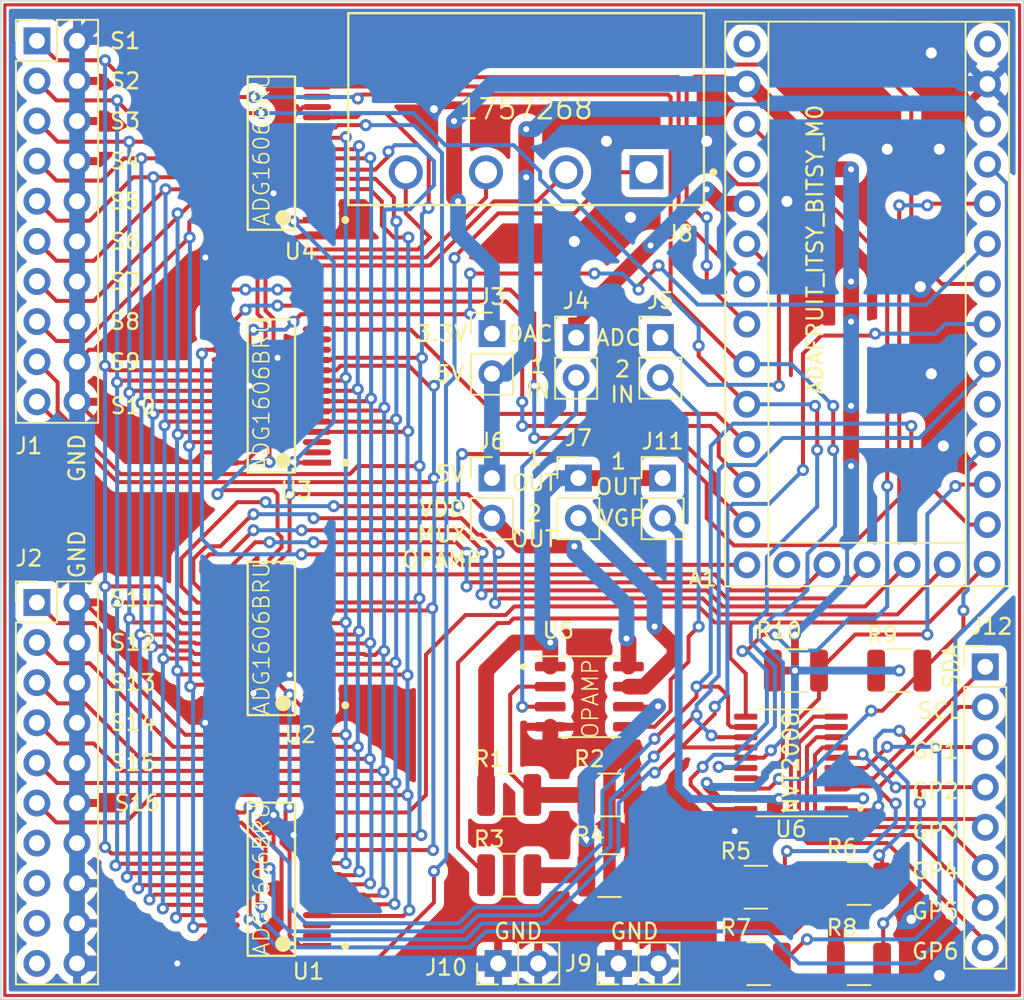
<source format=kicad_pcb>
(kicad_pcb (version 20211014) (generator pcbnew)
  (title_block (title "Mux Board") (rev "v01") (comment 2 "creativecommons.org/licenses/by/4.0") (comment 3 "License: CC BY 4.0") (comment 4 "Author: Chark Stanford"))
  (layers (0 "F.Cu" signal) (31 "B.Cu" signal) (34 "B.Paste" user) (35 "F.Paste" user) (36 "B.SilkS" user "B.Silkscreen") (37 "F.SilkS" user "F.Silkscreen") (38 "B.Mask" user) (39 "F.Mask" user) (44 "Edge.Cuts" user))
  (net 0 "")
  (net 1 "/MUX3_SEL1")
  (net 2 "/MUX3_SEL2")
  (net 3 "/MUX3_SEL3")
  (net 4 "/MUX4_SEL0")
  (net 5 "/MUX4_SEL1")
  (net 6 "/MUX2_SEL0")
  (net 7 "/MUX4_SEL2")
  (net 8 "/MUX2_SEL1")
  (net 9 "/MUX4_SEL3")
  (net 10 "/MUX2_SEL2")
  (net 11 "/ADC")
  (net 12 "/MUX2_SEL3")
  (net 13 "/DAC")
  (net 16 "+3V3")
  (net 17 "/LS_EN")
  (net 19 "/MUX1_EN")
  (net 21 "/SCL_3V3")
  (net 22 "/SDA_3V3")
  (net 23 "/MUX1_SEL0")
  (net 25 "/MUX4_EN")
  (net 26 "GND")
  (net 27 "/MUX1_SEL2")
  (net 28 "/MUX1_SEL1")
  (net 29 "+5V")
  (net 30 "/MUX2_EN")
  (net 31 "/MUX3_EN")
  (net 32 "/MUX1_SEL3")
  (net 33 "/MUX3_SEL0")
  (net 34 "/S1")
  (net 35 "/S2")
  (net 36 "/S3")
  (net 37 "/S4")
  (net 38 "/S5")
  (net 39 "/S6")
  (net 40 "/S7")
  (net 41 "/S8")
  (net 42 "/S9")
  (net 43 "/S10")
  (net 44 "/S11")
  (net 45 "/S12")
  (net 46 "/S13")
  (net 47 "/S14")
  (net 48 "/S15")
  (net 49 "/S16")
  (net 54 "Net-(J4-Pad2)")
  (net 55 "Net-(J5-Pad2)")
  (net 56 "/VDD")
  (net 57 "/1OUT")
  (net 58 "/2OUT")
  (net 59 "/MUX1_OUT")
  (net 60 "/MUX2_OUT")
  (net 61 "/MUX3_OUT")
  (net 62 "/MUX4_OUT")
  (net 63 "/SDA")
  (net 64 "/SCL")
  (net 65 "/GPIO1")
  (net 66 "/GPIO2")
  (net 67 "/GPIO3")
  (net 68 "/GPIO4")
  (net 69 "/GPIO5")
  (net 70 "/GPIO6")
  (net 71 "/VREFA")
  (net 72 "/1IN-")
  (net 73 "Net-(R3-Pad2)")
  (footprint "mux_board_v1:PinHeader_1x02_P2.54mm_Vertical" (layer "F.Cu") (at 153.162 98.298)
    (fp_text reference "J11")
    (fp_text value "Conn_01x02_Male" hide)
  )
  (footprint "mux_board_v1:PinHeader_2x10_P2.54mm_Vertical" (layer "F.Cu") (at 113.538 106.172)
    (fp_text reference "J2")
    (fp_text value "Conn_02x10_Odd_Even" hide)
  )
  (footprint "mux_board_v1:R_1210_3225Metric" (layer "F.Cu") (at 159.249 129.047)
    (fp_text reference "R7")
    (fp_text value "1k")
  )
  (footprint "mux_board_v1:R_1210_3225Metric" (layer "F.Cu") (at 143.4485 123.444)
    (fp_text reference "R3")
    (fp_text value "10k" hide)
  )
  (footprint "mux_board_v1:R_1210_3225Metric" (layer "F.Cu") (at 159.0655 124.206)
    (fp_text reference "R5")
    (fp_text value "1k" hide)
  )
  (footprint "mux_board_v1:Phoenix_Contact-1757268-0" (layer "F.Cu") (at 144.519 74.93 180)
    (fp_text reference "J8")
    (fp_text value "1757268")
  )
  (footprint "mux_board_v1:PinHeader_1x02_P2.54mm_Vertical" (layer "F.Cu") (at 153.022 89.398)
    (fp_text reference "J5")
    (fp_text value "Conn_01x02_Male" hide)
  )
  (footprint "mux_board_v1:PinHeader_1x02_P2.54mm_Vertical" (layer "F.Cu") (at 142.748 129.032 90)
    (fp_text reference "J10")
    (fp_text value "Conn_01x02_Male" hide)
  )
  (footprint "mux_board_v1:R_1210_3225Metric" (layer "F.Cu") (at 161.6055 110.49)
    (fp_text reference "R10")
    (fp_text value "1k" hide)
  )
  (footprint "mux_board_v1:Adafruit_Itsy_Bitsy_M0" (layer "F.Cu") (at 168.516 82.042 -90)
    (fp_text reference "A1")
    (fp_text value "ADAFRUIT_ITSY_BITSY_M0")
  )
  (footprint "mux_board_v1:Analog_Devices-RU-28-0-0-IPC_A" (layer "F.Cu") (at 128.384 93.095 180)
    (fp_text reference "U3")
    (fp_text value "ADG1606BRU")
  )
  (footprint "mux_board_v1:PinHeader_1x02_P2.54mm_Vertical" (layer "F.Cu") (at 142.354 98.298)
    (fp_text reference "J6")
    (fp_text value "Conn_01x02_Male" hide)
  )
  (footprint "mux_board_v1:SOIC-8-1EP_3.9x4.9mm_P1.27mm_EP2.29x3mm" (layer "F.Cu") (at 148.525 112.141)
    (fp_text reference "U5")
    (fp_text value "OPAMP")
  )
  (footprint "mux_board_v1:PinHeader_1x08_P2.54mm_Vertical" (layer "F.Cu") (at 173.596 110.251)
    (fp_text reference "J12")
    (fp_text value "Conn_01x08_Male" hide)
  )
  (footprint "mux_board_v1:PinHeader_1x02_P2.54mm_Vertical" (layer "F.Cu") (at 147.688 89.403)
    (fp_text reference "J4")
    (fp_text value "Conn_01x02_Male" hide)
  )
  (footprint "mux_board_v1:R_1210_3225Metric" (layer "F.Cu") (at 165.599 123.967)
    (fp_text reference "R6")
    (fp_text value "1k" hide)
  )
  (footprint "mux_board_v1:R_1210_3225Metric" (layer "F.Cu") (at 168.148 110.49)
    (fp_text reference "R9")
    (fp_text value "1k" hide)
  )
  (footprint "mux_board_v1:PinHeader_1x02_P2.54mm_Vertical" (layer "F.Cu") (at 150.368 129.032 90)
    (fp_text reference "J9")
    (fp_text value "Conn_01x02_Male" hide)
  )
  (footprint "mux_board_v1:Analog_Devices-RU-28-0-0-IPC_A" (layer "F.Cu") (at 128.384 77.724 180)
    (fp_text reference "U4")
    (fp_text value "ADG1606BRU")
  )
  (footprint "mux_board_v1:PinHeader_1x02_P2.54mm_Vertical" (layer "F.Cu") (at 147.828 98.298)
    (fp_text reference "J7")
    (fp_text value "Conn_01x02_Male" hide)
  )
  (footprint "mux_board_v1:Analog_Devices-RU-28-0-0-IPC_A" (layer "F.Cu") (at 128.384 108.458 180)
    (fp_text reference "U2")
    (fp_text value "ADG1606BRU")
  )
  (footprint "mux_board_v1:Analog_Devices-RU-28-0-0-IPC_A" (layer "F.Cu") (at 128.384 123.698 180)
    (fp_text reference "U1")
    (fp_text value "ADG1606BRU")
  )
  (footprint "mux_board_v1:TSSOP-20_4.4x6.5mm_P0.65mm" (layer "F.Cu") (at 161.29 116.332 180)
    (fp_text reference "U6")
    (fp_text value "NVT2008")
  )
  (footprint "mux_board_v1:R_1210_3225Metric" (layer "F.Cu") (at 143.4485 118.364)
    (fp_text reference "R1")
    (fp_text value "10k" hide)
  )
  (footprint "mux_board_v1:R_1210_3225Metric" (layer "F.Cu") (at 165.599 129.047)
    (fp_text reference "R8")
    (fp_text value "1k" hide)
  )
  (footprint "mux_board_v1:PinHeader_1x02_P2.54mm_Vertical" (layer "F.Cu") (at 142.354 89.149)
    (fp_text reference "J3")
    (fp_text value "Conn_01x02_Male" hide)
  )
  (footprint "mux_board_v1:PinHeader_2x10_P2.54mm_Vertical" (layer "F.Cu") (at 113.543 70.607)
    (fp_text reference "J1")
    (fp_text value "Conn_02x10_Odd_Even" hide)
  )
  (footprint "mux_board_v1:R_1210_3225Metric" (layer "F.Cu") (at 149.7985 123.469)
    (fp_text reference "R4")
    (fp_text value "5k")
  )
  (footprint "mux_board_v1:R_1210_3225Metric" (layer "F.Cu") (at 149.7985 118.364)
    (fp_text reference "R2")
    (fp_text value "5k" hide)
  )
  (gr_line (start 175.768 131.064) (end 111.506 131.064) (layer "F.Cu") (width 0.2))
  (gr_line (start 111.506 131.064) (end 111.506 68.326) (layer "F.Cu") (width 0.2))
  (gr_line (start 175.768 68.326) (end 175.768 131.064) (layer "F.Cu") (width 0.2))
  (gr_line (start 111.506 68.326) (end 175.768 68.326) (layer "F.Cu") (width 0.2))
  (gr_line (start 176.022 68.326) (end 176.022 131.318) (layer "Edge.Cuts") (width 0.1))
  (gr_line (start 111.252 131.318) (end 111.252 68.072) (layer "Edge.Cuts") (width 0.1))
  (gr_line (start 176.022 131.318) (end 111.252 131.318) (layer "Edge.Cuts") (width 0.1))
  (gr_line (start 111.252 68.072) (end 176.022 68.072) (layer "Edge.Cuts") (width 0.1))
  (gr_line (start 176.022 68.072) (end 176.022 68.326) (layer "Edge.Cuts") (width 0.1))
  (gr_text "S5" (at 119.126 80.772) (layer "F.SilkS") (effects (font (size 1 1))))
  (gr_text "GND" (at 144.018 127) (layer "F.SilkS") (effects (font (size 1 1))))
  (gr_text "S1" (at 119.126 70.612) (layer "F.SilkS") (effects (font (size 1 1))))
  (gr_text "5V" (at 139.7 98.044) (layer "F.SilkS") (effects (font (size 1 1))))
  (gr_text "S4" (at 119.126 78.232) (layer "F.SilkS") (effects (font (size 1 1))))
  (gr_text "VDD\nMUX\nOPAMP" (at 139.192 101.854) (layer "F.SilkS") (effects (font (size 1 1))))
  (gr_text "2\nIN" (at 150.622 92.202) (layer "F.SilkS") (effects (font (size 1 1))))
  (gr_text "DAC" (at 144.78 89.154) (layer "F.SilkS") (effects (font (size 1 1))))
  (gr_text "S7" (at 119.126 85.852) (layer "F.SilkS") (effects (font (size 1 1))))
  (gr_text "S16" (at 119.888 118.872) (layer "F.SilkS") (effects (font (size 1 1))))
  (gr_text "GP6" (at 170.434 128.27) (layer "F.SilkS") (effects (font (size 1 1))))
  (gr_text "S14" (at 119.634 113.792) (layer "F.SilkS") (effects (font (size 1 1))))
  (gr_text "1\nOUT" (at 150.368 98.044) (layer "F.SilkS") (effects (font (size 1 1))))
  (gr_text "1\nIN" (at 145.288 91.948) (layer "F.SilkS") (effects (font (size 1 1))))
  (gr_text "S13" (at 119.634 111.252) (layer "F.SilkS") (effects (font (size 1 1))))
  (gr_text "GND" (at 116.078 103.124 -270) (layer "F.SilkS") (effects (font (size 1 1))))
  (gr_text "S12" (at 119.634 108.712) (layer "F.SilkS") (effects (font (size 1 1))))
  (gr_text "S3" (at 119.126 75.692) (layer "F.SilkS") (effects (font (size 1 1))))
  (gr_text "GND" (at 151.384 127) (layer "F.SilkS") (effects (font (size 1 1))))
  (gr_text "S11" (at 119.634 105.918) (layer "F.SilkS") (effects (font (size 1 1))))
  (gr_text "SDA" (at 171.45 110.236 -270) (layer "F.SilkS") (effects (font (size 1 1))))
  (gr_text "5V" (at 139.7 91.694) (layer "F.SilkS") (effects (font (size 1 1))))
  (gr_text "SCL" (at 170.688 113.03) (layer "F.SilkS") (effects (font (size 1 1))))
  (gr_text "S9" (at 119.126 90.932) (layer "F.SilkS") (effects (font (size 1 1))))
  (gr_text "S6" (at 119.126 83.312) (layer "F.SilkS") (effects (font (size 1 1))))
  (gr_text "S8" (at 119.126 88.392) (layer "F.SilkS") (effects (font (size 1 1))))
  (gr_text "2\nOUT" (at 145.034 101.346) (layer "F.SilkS") (effects (font (size 1 1))))
  (gr_text "VGP" (at 150.622 100.838) (layer "F.SilkS") (effects (font (size 1 1))))
  (gr_text "3.3V" (at 139.192 89.154) (layer "F.SilkS") (effects (font (size 1 1))))
  (gr_text "S2" (at 119.126 73.152) (layer "F.SilkS") (effects (font (size 1 1))))
  (gr_text "S15" (at 119.634 116.332) (layer "F.SilkS") (effects (font (size 1 1))))
  (gr_text "1\nOUT" (at 145.034 97.79) (layer "F.SilkS") (effects (font (size 1 1))))
  (gr_text "GP3" (at 170.434 120.65) (layer "F.SilkS") (effects (font (size 1 1))))
  (gr_text "GND" (at 116.078 97.028 -270) (layer "F.SilkS") (effects (font (size 1 1))))
  (gr_text "ADC" (at 150.368 89.408) (layer "F.SilkS") (effects (font (size 1 1))))
  (gr_text "GP5" (at 170.434 125.73) (layer "F.SilkS") (effects (font (size 1 1))))
  (gr_text "GP2" (at 170.434 118.11) (layer "F.SilkS") (effects (font (size 1 1))))
  (gr_text "GP4" (at 170.434 123.19) (layer "F.SilkS") (effects (font (size 1 1))))
  (gr_text "S10" (at 119.634 93.726) (layer "F.SilkS") (effects (font (size 1 1))))
  (gr_text "GP1" (at 170.434 115.57) (layer "F.SilkS") (effects (font (size 1 1))))
  (segment (start 143.51 86.36) (end 128.7785 86.36) (width 0.254) (layer "F.Cu") (net 1))
  (segment (start 145.034 95.758) (end 154.178 95.758) (width 0.254) (layer "F.Cu") (net 1))
  (segment (start 156.464 98.044) (end 154.178 95.758) (width 0.254) (layer "F.Cu") (net 1))
  (segment (start 126.746 86.36) (end 125.73 86.36) (width 0.254) (layer "F.Cu") (net 1))
  (segment (start 158.496 101.242) (end 156.464 99.21) (width 0.254) (layer "F.Cu") (net 1))
  (segment (start 145.034 87.884) (end 143.51 86.36) (width 0.254) (layer "F.Cu") (net 1))
  (segment (start 124.218125 89.11476) (end 124.623365 89.52) (width 0.254) (layer "F.Cu") (net 1))
  (segment (start 156.464 99.21) (end 156.464 98.044) (width 0.254) (layer "F.Cu") (net 1))
  (segment (start 125.73 86.36) (end 124.218125 87.871875) (width 0.254) (layer "F.Cu") (net 1))
  (segment (start 124.623365 89.52) (end 125.492785 89.52) (width 0.254) (layer "F.Cu") (net 1))
  (segment (start 124.218125 87.871875) (end 124.218125 89.11476) (width 0.254) (layer "F.Cu") (net 1))
  (segment (start 145.034 92.456) (end 145.034 87.884) (width 0.254) (layer "F.Cu") (net 1))
  (via (at 145.034 92.456) (size 0.762) (drill 0.381) (layers "F.Cu" "B.Cu") (net 1))
  (via (at 145.034 95.758) (size 0.762) (drill 0.381) (layers "F.Cu" "B.Cu") (net 1))
  (via (at 128.7785 86.36) (size 0.762) (drill 0.381) (layers "F.Cu" "B.Cu") (net 1))
  (via (at 126.746 86.36) (size 0.762) (drill 0.381) (layers "F.Cu" "B.Cu") (net 1))
  (segment (start 128.7785 86.36) (end 126.746 86.36) (width 0.254) (layer "B.Cu") (net 1))
  (segment (start 145.034 95.758) (end 145.034 92.456) (width 0.254) (layer "B.Cu") (net 1))
  (segment (start 126.746 87.63) (end 126.732785 87.63) (width 0.254) (layer "F.Cu") (net 2))
  (segment (start 143.256 87.122) (end 144.272 88.138) (width 0.254) (layer "F.Cu") (net 2))
  (segment (start 130.556 87.376) (end 130.81 87.122) (width 0.254) (layer "F.Cu") (net 2))
  (segment (start 156.718 96.924) (end 156.718 95.504) (width 0.254) (layer "F.Cu") (net 2))
  (segment (start 156.21 94.996) (end 144.272 94.996) (width 0.254) (layer "F.Cu") (net 2))
  (segment (start 144.272 88.138) (end 144.272 93.472) (width 0.254) (layer "F.Cu") (net 2))
  (segment (start 156.718 95.504) (end 156.21 94.996) (width 0.254) (layer "F.Cu") (net 2))
  (segment (start 130.81 87.122) (end 143.256 87.122) (width 0.254) (layer "F.Cu") (net 2))
  (segment (start 128.776531 87.376) (end 130.556 87.376) (width 0.254) (layer "F.Cu") (net 2))
  (segment (start 158.496 98.702) (end 156.718 96.924) (width 0.254) (layer "F.Cu") (net 2))
  (segment (start 126.732785 87.63) (end 125.492785 88.87) (width 0.254) (layer "F.Cu") (net 2))
  (via (at 144.272 93.472) (size 0.762) (drill 0.381) (layers "F.Cu" "B.Cu") (net 2))
  (via (at 144.272 94.996) (size 0.762) (drill 0.381) (layers "F.Cu" "B.Cu") (net 2))
  (via (at 126.746 87.63) (size 0.762) (drill 0.381) (layers "F.Cu" "B.Cu") (net 2))
  (via (at 128.776531 87.376) (size 0.762) (drill 0.381) (layers "F.Cu" "B.Cu") (net 2))
  (segment (start 144.272 94.996) (end 144.272 93.472) (width 0.254) (layer "B.Cu") (net 2))
  (segment (start 127 87.376) (end 126.746 87.63) (width 0.254) (layer "B.Cu") (net 2))
  (segment (start 128.776531 87.376) (end 127 87.376) (width 0.254) (layer "B.Cu") (net 2))
  (segment (start 142.494 94.234) (end 142.24 93.98) (width 0.254) (layer "F.Cu") (net 3))
  (segment (start 156.568 94.234) (end 142.494 94.234) (width 0.254) (layer "F.Cu") (net 3))
  (segment (start 158.496 96.162) (end 156.568 94.234) (width 0.254) (layer "F.Cu") (net 3))
  (segment (start 131.305214 88.9) (end 131.275214 88.87) (width 0.254) (layer "F.Cu") (net 3))
  (segment (start 137.22094 88.9) (end 131.305214 88.9) (width 0.254) (layer "F.Cu") (net 3))
  (segment (start 142.24 93.98) (end 142.24 93.91906) (width 0.254) (layer "F.Cu") (net 3))
  (segment (start 142.24 93.91906) (end 137.22094 88.9) (width 0.254) (layer "F.Cu") (net 3))
  (segment (start 126.362208 74.799) (end 125.492785 74.799) (width 0.254) (layer "F.Cu") (net 4))
  (segment (start 162.949997 96.5195) (end 162.949997 93.861997) (width 0.254) (layer "F.Cu") (net 4))
  (segment (start 158.4275 116.657) (end 156.789 116.657) (width 0.254) (layer "F.Cu") (net 4))
  (segment (start 126.747208 75.184) (end 126.362208 74.799) (width 0.254) (layer "F.Cu") (net 4))
  (segment (start 162.949997 93.861997) (end 162.814 93.726) (width 0.254) (layer "F.Cu") (net 4))
  (segment (start 156.789 116.657) (end 156.718 116.586) (width 0.254) (layer "F.Cu") (net 4))
  (segment (start 127.762 75.184) (end 126.747208 75.184) (width 0.254) (layer "F.Cu") (net 4))
  (segment (start 158.496 93.622) (end 155.448 90.574) (width 0.254) (layer "F.Cu") (net 4))
  (segment (start 155.448 90.574) (end 155.448 89.916) (width 0.254) (layer "F.Cu") (net 4))
  (via (at 162.949997 96.5195) (size 0.762) (drill 0.381) (layers "F.Cu" "B.Cu") (net 4))
  (via (at 162.814 93.726) (size 0.762) (drill 0.381) (layers "F.Cu" "B.Cu") (net 4))
  (via (at 156.718 116.586) (size 0.762) (drill 0.381) (layers "F.Cu" "B.Cu") (net 4))
  (via (at 155.448 89.916) (size 0.762) (drill 0.381) (layers "F.Cu" "B.Cu") (net 4))
  (via (at 127.762 75.184) (size 0.762) (drill 0.381) (layers "F.Cu" "B.Cu") (net 4))
  (segment (start 145.40652 79.36652) (end 145.40652 78.883277) (width 0.254) (layer "B.Cu") (net 4))
  (segment (start 159.766 106.68) (end 159.766 103.291794) (width 0.254) (layer "B.Cu") (net 4))
  (segment (start 155.448 88.646) (end 147.574 80.772) (width 0.254) (layer "B.Cu") (net 4))
  (segment (start 160.27448 114.04552) (end 160.27448 110.236) (width 0.254) (layer "B.Cu") (net 4))
  (segment (start 155.448 89.916) (end 155.448 88.646) (width 0.254) (layer "B.Cu") (net 4))
  (segment (start 157.734 116.586) (end 160.27448 114.04552) (width 0.254) (layer "B.Cu") (net 4))
  (segment (start 137.369742 75.184) (end 127.762 75.184) (width 0.254) (layer "B.Cu") (net 4))
  (segment (start 162.814 93.726) (end 162.71 93.622) (width 0.254) (layer "B.Cu") (net 4))
  (segment (start 139.401742 77.216) (end 137.369742 75.184) (width 0.254) (layer "B.Cu") (net 4))
  (segment (start 158.75048 107.69552) (end 159.766 106.68) (width 0.254) (layer "B.Cu") (net 4))
  (segment (start 147.574 80.772) (end 146.812 80.772) (width 0.254) (layer "B.Cu") (net 4))
  (segment (start 146.812 80.772) (end 145.40652 79.36652) (width 0.254) (layer "B.Cu") (net 4))
  (segment (start 162.949997 100.107797) (end 162.949997 96.5195) (width 0.254) (layer "B.Cu") (net 4))
  (segment (start 159.766 103.291794) (end 162.949997 100.107797) (width 0.254) (layer "B.Cu") (net 4))
  (segment (start 156.718 116.586) (end 157.734 116.586) (width 0.254) (layer "B.Cu") (net 4))
  (segment (start 160.27448 110.236) (end 158.75048 108.712) (width 0.254) (layer "B.Cu") (net 4))
  (segment (start 158.75048 108.712) (end 158.75048 107.69552) (width 0.254) (layer "B.Cu") (net 4))
  (segment (start 145.40652 78.883277) (end 143.739243 77.216) (width 0.254) (layer "B.Cu") (net 4))
  (segment (start 162.71 93.622) (end 158.496 93.622) (width 0.254) (layer "B.Cu") (net 4))
  (segment (start 143.739243 77.216) (end 139.401742 77.216) (width 0.254) (layer "B.Cu") (net 4))
  (segment (start 127.254 74.168) (end 125.511785 74.168) (width 0.254) (layer "F.Cu") (net 5))
  (segment (start 134.11198 74.00652) (end 133.858 74.2605) (width 0.254) (layer "F.Cu") (net 5))
  (segment (start 158.138 91.082) (end 153.67 86.614) (width 0.254) (layer "F.Cu") (net 5))
  (segment (start 158.496 91.082) (end 158.138 91.082) (width 0.254) (layer "F.Cu") (net 5))
  (segment (start 153.67 74.168) (end 153.50852 74.00652) (width 0.254) (layer "F.Cu") (net 5))
  (segment (start 153.50852 74.00652) (end 134.11198 74.00652) (width 0.254) (layer "F.Cu") (net 5))
  (segment (start 125.511785 74.168) (end 125.492785 74.149) (width 0.254) (layer "F.Cu") (net 5))
  (segment (start 159.553038 116.007) (end 160.0205 115.539538) (width 0.254) (layer "F.Cu") (net 5))
  (segment (start 153.67 86.614) (end 153.67 74.168) (width 0.254) (layer "F.Cu") (net 5))
  (segment (start 163.9655 96.5195) (end 163.9655 93.726) (width 0.254) (layer "F.Cu") (net 5))
  (segment (start 158.4275 116.007) (end 159.553038 116.007) (width 0.254) (layer "F.Cu") (net 5))
  (via (at 133.858 74.2605) (size 0.762) (drill 0.381) (layers "F.Cu" "B.Cu") (net 5))
  (via (at 163.9655 93.726) (size 0.762) (drill 0.381) (layers "F.Cu" "B.Cu") (net 5))
  (via (at 127.254 74.168) (size 0.762) (drill 0.381) (layers "F.Cu" "B.Cu") (net 5))
  (via (at 160.0205 115.539538) (size 0.762) (drill 0.381) (layers "F.Cu" "B.Cu") (net 5))
  (via (at 163.9655 96.5195) (size 0.762) (drill 0.381) (layers "F.Cu" "B.Cu") (net 5))
  (segment (start 159.258 107.95) (end 160.274 106.934) (width 0.254) (layer "B.Cu") (net 5))
  (segment (start 160.782 109.982) (end 159.258 108.458) (width 0.254) (layer "B.Cu") (net 5))
  (segment (start 160.0205 115.539538) (end 160.050462 115.539538) (width 0.254) (layer "B.Cu") (net 5))
  (segment (start 160.782 106.934) (end 162.335489 105.380511) (width 0.254) (layer "B.Cu") (net 5))
  (segment (start 133.858 74.2605) (end 133.7655 74.168) (width 0.254) (layer "B.Cu") (net 5))
  (segment (start 162.335489 105.380511) (end 162.335489 103.094511) (width 0.254) (layer "B.Cu") (net 5))
  (segment (start 163.9655 93.726) (end 161.3215 91.082) (width 0.254) (layer "B.Cu") (net 5))
  (segment (start 133.7655 74.168) (end 127.254 74.168) (width 0.254) (layer "B.Cu") (net 5))
  (segment (start 164.084 96.638) (end 163.9655 96.5195) (width 0.254) (layer "B.Cu") (net 5))
  (segment (start 162.335489 103.094511) (end 164.084 101.346) (width 0.254) (layer "B.Cu") (net 5))
  (segment (start 160.274 106.934) (end 160.782 106.934) (width 0.254) (layer "B.Cu") (net 5))
  (segment (start 160.782 114.808) (end 160.782 109.982) (width 0.254) (layer "B.Cu") (net 5))
  (segment (start 160.050462 115.539538) (end 160.782 114.808) (width 0.254) (layer "B.Cu") (net 5))
  (segment (start 159.258 108.458) (end 159.258 107.95) (width 0.254) (layer "B.Cu") (net 5))
  (segment (start 161.3215 91.082) (end 158.496 91.082) (width 0.254) (layer "B.Cu") (net 5))
  (segment (start 164.084 101.346) (end 164.084 96.638) (width 0.254) (layer "B.Cu") (net 5))
  (segment (start 142.776967 102.969074) (end 142.776967 103.030511) (width 0.254) (layer "F.Cu") (net 6))
  (segment (start 124.075 105.533) (end 125.492785 105.533) (width 0.254) (layer "F.Cu") (net 6))
  (segment (start 124.249778 102.61648) (end 123.44448 103.421779) (width 0.254) (layer "F.Cu") (net 6))
  (segment (start 141.684022 101.876129) (end 142.776967 102.969074) (width 0.254) (layer "F.Cu") (net 6))
  (segment (start 123.44448 104.90248) (end 124.075 105.533) (width 0.254) (layer "F.Cu") (net 6))
  (segment (start 127.254 100.584497) (end 127.000008 100.838489) (width 0.254) (layer "F.Cu") (net 6))
  (segment (start 125.16058 102.61648) (end 124.249778 102.61648) (width 0.254) (layer "F.Cu") (net 6))
  (segment (start 141.455871 101.876129) (end 141.684022 101.876129) (width 0.254) (layer "F.Cu") (net 6))
  (segment (start 155.702 105.918) (end 142.840302 105.918) (width 0.254) (layer "F.Cu") (net 6))
  (segment (start 123.44448 103.421779) (end 123.44448 104.90248) (width 0.254) (layer "F.Cu") (net 6))
  (segment (start 131.0645 100.838) (end 140.417742 100.838) (width 0.254) (layer "F.Cu") (net 6))
  (segment (start 127.000008 100.838489) (end 126.938571 100.838489) (width 0.254) (layer "F.Cu") (net 6))
  (segment (start 156.718 106.934) (end 155.702 105.918) (width 0.254) (layer "F.Cu") (net 6))
  (segment (start 126.938571 100.838489) (end 125.16058 102.61648) (width 0.254) (layer "F.Cu") (net 6))
  (segment (start 131.064 100.8385) (end 131.0645 100.838) (width 0.254) (layer "F.Cu") (net 6))
  (segment (start 168.024 106.934) (end 156.718 106.934) (width 0.254) (layer "F.Cu") (net 6))
  (segment (start 171.186 103.772) (end 168.024 106.934) (width 0.254) (layer "F.Cu") (net 6))
  (segment (start 140.417742 100.838) (end 141.455871 101.876129) (width 0.254) (layer "F.Cu") (net 6))
  (segment (start 142.840302 105.918) (end 142.550426 106.207876) (width 0.254) (layer "F.Cu") (net 6))
  (via (at 142.550426 106.207876) (size 0.762) (drill 0.381) (layers "F.Cu" "B.Cu") (net 6))
  (via (at 142.776967 103.030511) (size 0.762) (drill 0.381) (layers "F.Cu" "B.Cu") (net 6))
  (via (at 131.064 100.8385) (size 0.762) (drill 0.381) (layers "F.Cu" "B.Cu") (net 6))
  (via (at 127.254 100.584497) (size 0.762) (drill 0.381) (layers "F.Cu" "B.Cu") (net 6))
  (segment (start 127.254497 100.584) (end 127.254 100.584497) (width 0.254) (layer "B.Cu") (net 6))
  (segment (start 142.550426 103.257052) (end 142.776967 103.030511) (width 0.254) (layer "B.Cu") (net 6))
  (segment (start 131.064 100.8385) (end 130.8095 100.584) (width 0.254) (layer "B.Cu") (net 6))
  (segment (start 142.550426 106.207876) (end 142.550426 103.257052) (width 0.254) (layer "B.Cu") (net 6))
  (segment (start 130.8095 100.584) (end 127.254497 100.584) (width 0.254) (layer "B.Cu") (net 6))
  (segment (start 154.143839 72.908097) (end 126.083688 72.908097) (width 0.254) (layer "F.Cu") (net 7))
  (segment (start 154.68552 80.77152) (end 154.68552 73.449778) (width 0.254) (layer "F.Cu") (net 7))
  (segment (start 126.083688 72.908097) (end 125.492785 73.499) (width 0.254) (layer "F.Cu") (net 7))
  (segment (start 158.496 88.542) (end 155.956 86.002) (width 0.254) (layer "F.Cu") (net 7))
  (segment (start 155.956 81.788) (end 155.702 81.788) (width 0.254) (layer "F.Cu") (net 7))
  (segment (start 155.956 86.002) (end 155.956 84.836) (width 0.254) (layer "F.Cu") (net 7))
  (segment (start 155.702 81.788) (end 154.68552 80.77152) (width 0.254) (layer "F.Cu") (net 7))
  (segment (start 154.68552 73.449778) (end 154.143839 72.908097) (width 0.254) (layer "F.Cu") (net 7))
  (via (at 155.956 84.836) (size 0.762) (drill 0.381) (layers "F.Cu" "B.Cu") (net 7))
  (via (at 155.956 81.788) (size 0.762) (drill 0.381) (layers "F.Cu" "B.Cu") (net 7))
  (segment (start 155.956 84.836) (end 155.956 81.788) (width 0.254) (layer "B.Cu") (net 7))
  (segment (start 130.302 101.6) (end 140.462 101.6) (width 0.254) (layer "F.Cu") (net 8))
  (segment (start 141.761464 102.899464) (end 141.761464 103.030511) (width 0.254) (layer "F.Cu") (net 8))
  (segment (start 140.462 101.6) (end 141.761464 102.899464) (width 0.254) (layer "F.Cu") (net 8))
  (segment (start 155.956 105.41) (end 141.946487 105.41) (width 0.254) (layer "F.Cu") (net 8))
  (segment (start 141.946487 105.41) (end 141.693467 105.66302) (width 0.254) (layer "F.Cu") (net 8))
  (segment (start 125.73 103.124) (end 124.46 103.124) (width 0.254) (layer "F.Cu") (net 8))
  (segment (start 165.992 106.426) (end 156.972 106.426) (width 0.254) (layer "F.Cu") (net 8))
  (segment (start 124.46 103.124) (end 123.952 103.632) (width 0.254) (layer "F.Cu") (net 8))
  (segment (start 156.972 106.426) (end 155.956 105.41) (width 0.254) (layer "F.Cu") (net 8))
  (segment (start 168.646 103.772) (end 165.992 106.426) (width 0.254) (layer "F.Cu") (net 8))
  (segment (start 127.254 101.6) (end 125.73 103.124) (width 0.254) (layer "F.Cu") (net 8))
  (segment (start 124.623365 104.883) (end 125.492785 104.883) (width 0.254) (layer "F.Cu") (net 8))
  (segment (start 123.952 104.211635) (end 124.623365 104.883) (width 0.254) (layer "F.Cu") (net 8))
  (segment (start 123.952 103.632) (end 123.952 104.211635) (width 0.254) (layer "F.Cu") (net 8))
  (via (at 141.761464 103.030511) (size 0.762) (drill 0.381) (layers "F.Cu" "B.Cu") (net 8))
  (via (at 141.693467 105.66302) (size 0.762) (drill 0.381) (layers "F.Cu" "B.Cu") (net 8))
  (via (at 130.302 101.6) (size 0.762) (drill 0.381) (layers "F.Cu" "B.Cu") (net 8))
  (via (at 127.254 101.6) (size 0.762) (drill 0.381) (layers "F.Cu" "B.Cu") (net 8))
  (segment (start 141.693467 105.66302) (end 141.693467 103.098508) (width 0.254) (layer "B.Cu") (net 8))
  (segment (start 141.693467 103.098508) (end 141.761464 103.030511) (width 0.254) (layer "B.Cu") (net 8))
  (segment (start 130.302 101.6) (end 127.254 101.6) (width 0.254) (layer "B.Cu") (net 8))
  (segment (start 154.017 73.499) (end 131.275214 73.499) (width 0.254) (layer "F.Cu") (net 9))
  (segment (start 158.496 86.002) (end 154.178 81.684) (width 0.254) (layer "F.Cu") (net 9))
  (segment (start 154.178 73.66) (end 154.017 73.499) (width 0.254) (layer "F.Cu") (net 9))
  (segment (start 154.178 81.684) (end 154.178 73.66) (width 0.254) (layer "F.Cu") (net 9))
  (segment (start 131.064 102.362) (end 140.077462 102.362) (width 0.254) (layer "F.Cu") (net 10))
  (segment (start 140.077462 102.362) (end 140.745962 103.0305) (width 0.254) (layer "F.Cu") (net 10))
  (segment (start 157.226 105.918) (end 163.96 105.918) (width 0.254) (layer "F.Cu") (net 10))
  (segment (start 140.999942 104.90152) (end 156.20952 104.90152) (width 0.254) (layer "F.Cu") (net 10))
  (segment (start 128.2705 102.362) (end 127.363785 102.362) (width 0.254) (layer "F.Cu") (net 10))
  (segment (start 140.745962 105.1555) (end 140.999942 104.90152) (width 0.254) (layer "F.Cu") (net 10))
  (segment (start 156.20952 104.90152) (end 157.226 105.918) (width 0.254) (layer "F.Cu") (net 10))
  (segment (start 163.96 105.918) (end 166.106 103.772) (width 0.254) (layer "F.Cu") (net 10))
  (segment (start 127.363785 102.362) (end 125.492785 104.233) (width 0.254) (layer "F.Cu") (net 10))
  (via (at 140.745962 103.0305) (size 0.762) (drill 0.381) (layers "F.Cu" "B.Cu") (net 10))
  (via (at 140.745962 105.1555) (size 0.762) (drill 0.381) (layers "F.Cu" "B.Cu") (net 10))
  (via (at 131.064 102.362) (size 0.762) (drill 0.381) (layers "F.Cu" "B.Cu") (net 10))
  (via (at 128.2705 102.362) (size 0.762) (drill 0.381) (layers "F.Cu" "B.Cu") (net 10))
  (segment (start 128.2705 102.362) (end 131.064 102.362) (width 0.254) (layer "B.Cu") (net 10))
  (segment (start 140.745962 105.1555) (end 140.745962 103.0305) (width 0.254) (layer "B.Cu") (net 10))
  (segment (start 158.496 83.462) (end 160.528 85.494) (width 0.254) (layer "F.Cu") (net 11))
  (segment (start 160.528 85.494) (end 160.528 92.456) (width 0.254) (layer "F.Cu") (net 11))
  (via (at 160.528 92.456) (size 0.762) (drill 0.381) (layers "F.Cu" "B.Cu") (net 11))
  (segment (start 160.463489 92.391489) (end 156.015489 92.391489) (width 0.254) (layer "B.Cu") (net 11))
  (segment (start 160.528 92.456) (end 160.463489 92.391489) (width 0.254) (layer "B.Cu") (net 11))
  (segment (start 156.015489 92.391489) (end 153.022 89.398) (width 0.254) (layer "B.Cu") (net 11))
  (segment (start 132.144637 104.233) (end 131.275214 104.233) (width 0.254) (layer "F.Cu") (net 12))
  (segment (start 157.48 105.41) (end 156.464 104.394) (width 0.254) (layer "F.Cu") (net 12))
  (segment (start 132.305637 104.394) (end 132.144637 104.233) (width 0.254) (layer "F.Cu") (net 12))
  (segment (start 163.566 103.772) (end 161.928 105.41) (width 0.254) (layer "F.Cu") (net 12))
  (segment (start 156.464 104.394) (end 132.305637 104.394) (width 0.254) (layer "F.Cu") (net 12))
  (segment (start 161.928 105.41) (end 157.48 105.41) (width 0.254) (layer "F.Cu") (net 12))
  (segment (start 158.496 80.922) (end 156.868 80.922) (width 1) (layer "F.Cu") (net 13))
  (segment (start 152.4 83.566) (end 147.688 88.278) (width 1) (layer "F.Cu") (net 13))
  (segment (start 147.688 88.278) (end 147.688 89.403) (width 1) (layer "F.Cu") (net 13))
  (segment (start 156.868 80.922) (end 155.956 80.01) (width 1) (layer "F.Cu") (net 13))
  (via (at 152.4 83.566) (size 0.762) (drill 0.381) (layers "F.Cu" "B.Cu") (net 13))
  (via (at 155.956 80.01) (size 0.762) (drill 0.381) (layers "F.Cu" "B.Cu") (net 13))
  (segment (start 155.956 80.01) (end 152.4 83.566) (width 1) (layer "B.Cu") (net 13))
  (segment (start 155.956 117.856) (end 156.718 118.618) (width 0.5) (layer "F.Cu") (net 16))
  (segment (start 158.686 73.342) (end 158.506 73.342) (width 1) (layer "F.Cu") (net 16))
  (segment (start 165.1 78.74) (end 164.084 78.74) (width 1) (layer "F.Cu") (net 16))
  (segment (start 139.954 80.518) (end 140.208 80.772) (width 0.254) (layer "F.Cu") (net 16))
  (segment (start 156.718 118.618) (end 157.48 118.618) (width 0.5) (layer "F.Cu") (net 16))
  (segment (start 164.084 78.74) (end 158.686 73.342) (width 1) (layer "F.Cu") (net 16))
  (segment (start 161.544 110.49) (end 161.544 108.204) (width 0.5) (layer "F.Cu") (net 16))
  (segment (start 139.954 75.692) (end 139.954 80.518) (width 1) (layer "F.Cu") (net 16))
  (segment (start 155.956 117.602) (end 155.956 117.856) (width 0.5) (layer "F.Cu") (net 16))
  (segment (start 165.1 88.392) (end 165.1 85.852) (width 1) (layer "F.Cu") (net 16))
  (segment (start 168.148 110.49) (end 166.6855 110.49) (width 0.5) (layer "F.Cu") (net 16))
  (segment (start 160.143 110.49) (end 161.544 110.49) (width 0.5) (layer "F.Cu") (net 16))
  (segment (start 165.1 97.536) (end 165.1 93.726) (width 1) (layer "F.Cu") (net 16))
  (via (at 168.148 110.49) (size 0.762) (drill 0.381) (layers "F.Cu" "B.Cu") (net 16))
  (via (at 165.1 97.536) (size 0.762) (drill 0.381) (layers "F.Cu" "B.Cu") (net 16))
  (via (at 161.544 110.49) (size 0.762) (drill 0.381) (layers "F.Cu" "B.Cu") (net 16))
  (via (at 165.1 88.392) (size 0.762) (drill 0.381) (layers "F.Cu" "B.Cu") (net 16))
  (via (at 140.208 80.772) (size 0.762) (drill 0.381) (layers "F.Cu" "B.Cu") (net 16))
  (via (at 165.1 93.726) (size 0.762) (drill 0.381) (layers "F.Cu" "B.Cu") (net 16))
  (via (at 139.954 75.692) (size 0.762) (drill 0.381) (layers "F.Cu" "B.Cu") (net 16))
  (via (at 165.1 85.852) (size 0.762) (drill 0.381) (layers "F.Cu" "B.Cu") (net 16))
  (via (at 155.956 117.602) (size 0.762) (drill 0.381) (layers "F.Cu" "B.Cu") (net 16))
  (via (at 165.1 78.74) (size 0.762) (drill 0.381) (layers "F.Cu" "B.Cu") (net 16))
  (via (at 161.544 108.204) (size 0.762) (drill 0.381) (layers "F.Cu" "B.Cu") (net 16))
  (segment (start 160.904511 116.463489) (end 161.544 115.824) (width 0.5) (layer "B.Cu") (net 16))
  (segment (start 165.1 102.108) (end 164.846 102.362) (width 1) (layer "B.Cu") (net 16))
  (segment (start 165.1 85.852) (end 165.1 78.74) (width 1) (layer "B.Cu") (net 16))
  (segment (start 164.846 104.902) (end 164.846 104.648) (width 0.5) (layer "B.Cu") (net 16))
  (segment (start 159.013556 117.856) (end 159.643489 117.226067) (width 0.5) (layer "B.Cu") (net 16))
  (segment (start 161.544 110.49) (end 168.148 110.49) (width 0.5) (layer "B.Cu") (net 16))
  (segment (start 140.208 82.804) (end 142.354 84.95) (width 1) (layer "B.Cu") (net 16))
  (segment (start 158.506 73.342) (end 142.304 73.342) (width 1) (layer "B.Cu") (net 16))
  (segment (start 165.1 93.726) (end 165.1 88.392) (width 1) (layer "B.Cu") (net 16))
  (segment (start 142.304 73.342) (end 139.954 75.692) (width 1) (layer "B.Cu") (net 16))
  (segment (start 155.956 117.602) (end 156.21 117.856) (width 0.5) (layer "B.Cu") (net 16))
  (segment (start 161.544 108.204) (end 164.846 104.902) (width 0.5) (layer "B.Cu") (net 16))
  (segment (start 156.21 117.856) (end 159.013556 117.856) (width 0.5) (layer "B.Cu") (net 16))
  (segment (start 160.161622 116.463489) (end 160.904511 116.463489) (width 0.5) (layer "B.Cu") (net 16))
  (segment (start 161.544 115.824) (end 161.544 110.49) (width 0.5) (layer "B.Cu") (net 16))
  (segment (start 142.354 84.95) (end 142.354 89.149) (width 1) (layer "B.Cu") (net 16))
  (segment (start 164.846 102.362) (end 164.846 104.648) (width 0.25) (layer "B.Cu") (net 16))
  (segment (start 140.208 80.772) (end 140.208 82.804) (width 1) (layer "B.Cu") (net 16))
  (segment (start 165.1 97.536) (end 165.1 102.108) (width 1) (layer "B.Cu") (net 16))
  (segment (start 159.643489 117.226067) (end 159.643489 116.981622) (width 0.5) (layer "B.Cu") (net 16))
  (segment (start 159.643489 116.981622) (end 160.161622 116.463489) (width 0.5) (layer "B.Cu") (net 16))
  (segment (start 167.386 84.582) (end 158.686 75.882) (width 0.254) (layer "F.Cu") (net 17))
  (segment (start 154.940489 117.732179) (end 156.46531 119.257) (width 0.254) (layer "F.Cu") (net 17))
  (segment (start 154.940489 117.348008) (end 155.702497 116.586) (width 0.254) (layer "F.Cu") (net 17))
  (segment (start 167.386 98.806) (end 167.386 84.582) (width 0.254) (layer "F.Cu") (net 17))
  (segment (start 156.46531 119.257) (end 158.4275 119.257) (width 0.254) (layer "F.Cu") (net 17))
  (segment (start 158.465792 109.250208) (end 159.512 108.204) (width 0.254) (layer "F.Cu") (net 17))
  (segment (start 154.940489 117.732179) (end 154.940489 117.348008) (width 0.254) (layer "F.Cu") (net 17))
  (segment (start 158.211763 109.250208) (end 158.465792 109.250208) (width 0.254) (layer "F.Cu") (net 17))
  (segment (start 158.686 75.882) (end 158.506 75.882) (width 0.254) (layer "F.Cu") (net 17))
  (segment (start 159.512 108.204) (end 160.274 108.204) (width 0.254) (layer "F.Cu") (net 17))
  (via (at 167.386 98.806) (size 0.762) (drill 0.381) (layers "F.Cu" "B.Cu") (net 17))
  (via (at 158.211763 109.250208) (size 0.762) (drill 0.381) (layers "F.Cu" "B.Cu") (net 17))
  (via (at 160.274 108.204) (size 0.762) (drill 0.381) (layers "F.Cu" "B.Cu") (net 17))
  (via (at 155.702497 116.586) (size 0.762) (drill 0.381) (layers "F.Cu" "B.Cu") (net 17))
  (segment (start 162.941 109.22) (end 164.973 107.188) (width 0.254) (layer "B.Cu") (net 17))
  (segment (start 161.29 109.22) (end 162.941 109.22) (width 0.254) (layer "B.Cu") (net 17))
  (segment (start 167.386 106.426) (end 167.386 98.806) (width 0.254) (layer "B.Cu") (net 17))
  (segment (start 164.973 107.188) (end 166.624 107.188) (width 0.254) (layer "B.Cu") (net 17))
  (segment (start 155.702497 116.586) (end 155.702497 116.524563) (width 0.254) (layer "B.Cu") (net 17))
  (segment (start 156.40306 115.824) (end 157.734 115.824) (width 0.254) (layer "B.Cu") (net 17))
  (segment (start 159.766 110.49) (end 158.526208 109.250208) (width 0.254) (layer "B.Cu") (net 17))
  (segment (start 159.766 113.792) (end 159.766 110.49) (width 0.254) (layer "B.Cu") (net 17))
  (segment (start 160.274 108.204) (end 161.29 109.22) (width 0.254) (layer "B.Cu") (net 17))
  (segment (start 158.526208 109.250208) (end 158.211763 109.250208) (width 0.254) (layer "B.Cu") (net 17))
  (segment (start 157.734 115.824) (end 159.766 113.792) (width 0.254) (layer "B.Cu") (net 17))
  (segment (start 166.624 107.188) (end 167.386 106.426) (width 0.254) (layer "B.Cu") (net 17))
  (segment (start 155.702497 116.524563) (end 156.40306 115.824) (width 0.254) (layer "B.Cu") (net 17))
  (segment (start 127 122.060792) (end 127 126.238) (width 0.254) (layer "F.Cu") (net 19))
  (segment (start 125.492785 121.423) (end 126.362208 121.423) (width 0.254) (layer "F.Cu") (net 19))
  (segment (start 126.362208 121.423) (end 127 122.060792) (width 0.254) (layer "F.Cu") (net 19))
  (via (at 127 126.238) (size 0.762) (drill 0.381) (layers "F.Cu" "B.Cu") (net 19))
  (segment (start 141.986 127) (end 159.766 127) (width 0.254) (layer "B.Cu") (net 19))
  (segment (start 128.778 128.016) (end 140.97 128.016) (width 0.254) (layer "B.Cu") (net 19))
  (segment (start 171.704 108.458) (end 174.956511 105.205489) (width 0.254) (layer "B.Cu") (net 19))
  (segment (start 159.766 127) (end 161.798 129.032) (width 0.254) (layer "B.Cu") (net 19))
  (segment (start 127 126.238) (end 128.778 128.016) (width 0.254) (layer "B.Cu") (net 19))
  (segment (start 161.798 129.032) (end 169.164 129.032) (width 0.254) (layer "B.Cu") (net 19))
  (segment (start 140.97 128.016) (end 141.986 127) (width 0.254) (layer "B.Cu") (net 19))
  (segment (start 171.704 126.492) (end 171.704 108.458) (width 0.254) (layer "B.Cu") (net 19))
  (segment (start 174.956511 105.205489) (end 174.956511 79.642511) (width 0.254) (layer "B.Cu") (net 19))
  (segment (start 169.164 129.032) (end 171.704 126.492) (width 0.254) (layer "B.Cu") (net 19))
  (segment (start 174.956511 79.642511) (end 173.736 78.422) (width 0.254) (layer "B.Cu") (net 19))
  (segment (start 167.0705 113.03) (end 166.37 113.03) (width 0.254) (layer "F.Cu") (net 21))
  (segment (start 172.212 107.8885) (end 169.6105 110.49) (width 0.254) (layer "F.Cu") (net 21))
  (segment (start 169.6105 110.49) (end 167.0705 113.03) (width 0.254) (layer "F.Cu") (net 21))
  (segment (start 172.212 106.68) (end 172.212 107.8885) (width 0.254) (layer "F.Cu") (net 21))
  (segment (start 159.919 117.957) (end 158.4275 117.957) (width 0.254) (layer "F.Cu") (net 21))
  (segment (start 160.528 117.348) (end 159.919 117.957) (width 0.254) (layer "F.Cu") (net 21))
  (via (at 166.37 113.03) (size 0.762) (drill 0.381) (layers "F.Cu" "B.Cu") (net 21))
  (via (at 172.212 106.68) (size 0.762) (drill 0.381) (layers "F.Cu" "B.Cu") (net 21))
  (via (at 160.528 117.348) (size 0.762) (drill 0.381) (layers "F.Cu" "B.Cu") (net 21))
  (segment (start 172.485489 105.390511) (end 172.485489 97.402511) (width 0.254) (layer "B.Cu") (net 21))
  (segment (start 172.485489 97.402511) (end 173.726 96.162) (width 0.254) (layer "B.Cu") (net 21))
  (segment (start 162.052 117.348) (end 166.37 113.03) (width 0.254) (layer "B.Cu") (net 21))
  (segment (start 160.528 117.348) (end 162.052 117.348) (width 0.254) (layer "B.Cu") (net 21))
  (segment (start 172.212 105.664) (end 172.485489 105.390511) (width 0.254) (layer "B.Cu") (net 21))
  (segment (start 172.212 106.68) (end 172.212 105.664) (width 0.254) (layer "B.Cu") (net 21))
  (segment (start 169.926 108.204) (end 165.354 108.204) (width 0.254) (layer "F.Cu") (net 22))
  (segment (start 163.068 112.268) (end 160.782 114.554) (width 0.254) (layer "F.Cu") (net 22))
  (segment (start 159.766489 117.093511) (end 159.553 117.307) (width 0.254) (layer "F.Cu") (net 22))
  (segment (start 159.766489 117.032571) (end 159.766489 117.093511) (width 0.254) (layer "F.Cu") (net 22))
  (segment (start 171.704 98.806) (end 171.808 98.702) (width 0.254) (layer "F.Cu") (net 22))
  (segment (start 165.354 108.204) (end 163.068 110.49) (width 0.254) (layer "F.Cu") (net 22))
  (segment (start 163.068 110.49) (end 163.068 112.268) (width 0.254) (layer "F.Cu") (net 22))
  (segment (start 160.782 116.078) (end 160.273511 116.586489) (width 0.254) (layer "F.Cu") (net 22))
  (segment (start 171.808 98.702) (end 173.726 98.702) (width 0.254) (layer "F.Cu") (net 22))
  (segment (start 160.782 114.554) (end 160.782 116.078) (width 0.254) (layer "F.Cu") (net 22))
  (segment (start 160.212571 116.586489) (end 159.766489 117.032571) (width 0.254) (layer "F.Cu") (net 22))
  (segment (start 159.553 117.307) (end 158.4275 117.307) (width 0.254) (layer "F.Cu") (net 22))
  (segment (start 160.273511 116.586489) (end 160.212571 116.586489) (width 0.254) (layer "F.Cu") (net 22))
  (via (at 171.704 98.806) (size 0.762) (drill 0.381) (layers "F.Cu" "B.Cu") (net 22))
  (via (at 169.926 108.204) (size 0.762) (drill 0.381) (layers "F.Cu" "B.Cu") (net 22))
  (segment (start 169.926 100.584) (end 169.926 108.204) (width 0.254) (layer "B.Cu") (net 22))
  (segment (start 171.704 98.806) (end 169.926 100.584) (width 0.254) (layer "B.Cu") (net 22))
  (segment (start 162.052 97.79) (end 162.052 90.424) (width 0.254) (layer "F.Cu") (net 23))
  (segment (start 162.052 90.424) (end 163.20348 89.27252) (width 0.254) (layer "F.Cu") (net 23))
  (segment (start 126.42995 120.773) (end 127.508 121.85105) (width 0.254) (layer "F.Cu") (net 23))
  (segment (start 156.464 113.239902) (end 156.464 112.776) (width 0.254) (layer "F.Cu") (net 23))
  (segment (start 125.492785 120.773) (end 126.42995 120.773) (width 0.254) (layer "F.Cu") (net 23))
  (segment (start 127.508 125.2225) (end 127.7615 125.476) (width 0.254) (layer "F.Cu") (net 23))
  (segment (start 127.508 121.85105) (end 127.508 121.92) (width 0.254) (layer "F.Cu") (net 23))
  (segment (start 166.50548 89.27252) (end 166.624 89.154) (width 0.254) (layer "F.Cu") (net 23))
  (segment (start 163.20348 89.27252) (end 166.50548 89.27252) (width 0.254) (layer "F.Cu") (net 23))
  (segment (start 158.4275 115.357) (end 154.346902 115.357) (width 0.254) (layer "F.Cu") (net 23))
  (segment (start 152.664243 116.951606) (end 152.752296 116.951606) (width 0.254) (layer "F.Cu") (net 23))
  (segment (start 127.508 121.92) (end 127.508 125.2225) (width 0.254) (layer "F.Cu") (net 23))
  (segment (start 152.752296 116.951606) (end 156.464 113.239902) (width 0.254) (layer "F.Cu") (net 23))
  (via (at 152.664243 116.951606) (size 0.762) (drill 0.381) (layers "F.Cu" "B.Cu") (net 23))
  (via (at 162.052 97.79) (size 0.762) (drill 0.381) (layers "F.Cu" "B.Cu") (net 23))
  (via (at 156.464 112.776) (size 0.762) (drill 0.381) (layers "F.Cu" "B.Cu") (net 23))
  (via (at 166.624 89.154) (size 0.762) (drill 0.381) (layers "F.Cu" "B.Cu") (net 23))
  (via (at 127.7615 125.476) (size 0.762) (drill 0.381) (layers "F.Cu" "B.Cu") (net 23))
  (segment (start 129.032 127.508) (end 140.716 127.508) (width 0.254) (layer "B.Cu") (net 23))
  (segment (start 171.046 88.542) (end 173.726 88.542) (width 0.254) (layer "B.Cu") (net 23))
  (segment (start 150.376333 118.880333) (end 152.30506 116.951606) (width 0.254) (layer "B.Cu") (net 23))
  (segment (start 127.7615 126.2375) (end 129.032 127.508) (width 0.254) (layer "B.Cu") (net 23))
  (segment (start 145.796 126.492) (end 150.376333 121.911667) (width 0.254) (layer "B.Cu") (net 23))
  (segment (start 159.909489 99.932511) (end 157.623489 99.932511) (width 0.254) (layer "B.Cu") (net 23))
  (segment (start 157.265489 100.290511) (end 157.265489 111.974511) (width 0.254) (layer "B.Cu") (net 23))
  (segment (start 170.434 89.154) (end 171.046 88.542) (width 0.254) (layer "B.Cu") (net 23))
  (segment (start 127.7615 125.476) (end 127.7615 126.2375) (width 0.254) (layer "B.Cu") (net 23))
  (segment (start 152.30506 116.951606) (end 152.664243 116.951606) (width 0.254) (layer "B.Cu") (net 23))
  (segment (start 140.716 127.508) (end 141.732 126.492) (width 0.254) (layer "B.Cu") (net 23))
  (segment (start 157.623489 99.932511) (end 157.265489 100.290511) (width 0.254) (layer "B.Cu") (net 23))
  (segment (start 162.052 97.79) (end 159.909489 99.932511) (width 0.254) (layer "B.Cu") (net 23))
  (segment (start 150.376333 121.911667) (end 150.376333 118.880333) (width 0.254) (layer "B.Cu") (net 23))
  (segment (start 166.624 89.154) (end 170.434 89.154) (width 0.254) (layer "B.Cu") (net 23))
  (segment (start 141.732 126.492) (end 145.796 126.492) (width 0.254) (layer "B.Cu") (net 23))
  (segment (start 157.265489 111.974511) (end 156.464 112.776) (width 0.254) (layer "B.Cu") (net 23))
  (segment (start 170.838 86.002) (end 168.91 84.074) (width 0.254) (layer "F.Cu") (net 25))
  (segment (start 123.19 73.406) (end 123.19 74.133829) (width 0.254) (layer "F.Cu") (net 25))
  (segment (start 124.505171 75.449) (end 125.492785 75.449) (width 0.254) (layer "F.Cu") (net 25))
  (segment (start 168.91 74.422) (end 166.599489 72.111489) (width 0.254) (layer "F.Cu") (net 25))
  (segment (start 123.19 74.133829) (end 124.505171 75.449) (width 0.254) (layer "F.Cu") (net 25))
  (segment (start 166.599489 72.111489) (end 124.484511 72.111489) (width 0.254) (layer "F.Cu") (net 25))
  (segment (start 123.19 73.406) (end 124.484511 72.111489) (width 0.254) (layer "F.Cu") (net 25))
  (segment (start 168.91 84.074) (end 168.91 74.422) (width 0.254) (layer "F.Cu") (net 25))
  (segment (start 173.726 86.002) (end 170.838 86.002) (width 0.254) (layer "F.Cu") (net 25))
  (segment (start 126.362208 96.67) (end 125.492785 96.67) (width 0.254) (layer "F.Cu") (net 26))
  (segment (start 160.971489 79.691489) (end 157.923489 79.691489) (width 0.254) (layer "F.Cu") (net 26))
  (segment (start 153.547 120.65) (end 151.261 118.364) (width 1) (layer "F.Cu") (net 26))
  (segment (start 152.908 125.116) (end 152.908 129.032) (width 1) (layer "F.Cu") (net 26))
  (segment (start 124.190451 113.792) (end 124.161742 113.792) (width 0.254) (layer "F.Cu") (net 26))
  (segment (start 116.84 90.17) (end 116.083 90.927) (width 0.254) (layer "F.Cu") (net 26))
  (segment (start 166.563526 119.337531) (end 166.822066 119.078991) (width 0.254) (layer "F.Cu") (net 26))
  (segment (start 138.684 74.93) (end 138.92552 74.68848) (width 0.5) (layer "F.Cu") (net 26))
  (segment (start 149.098 81.788) (end 147.574 83.312) (width 1) (layer "F.Cu") (net 26))
  (segment (start 151.261 116.717) (end 151.261 118.364) (width 1) (layer "F.Cu") (net 26))
  (segment (start 127 96.032208) (end 126.362208 96.67) (width 0.254) (layer "F.Cu") (net 26))
  (segment (start 151.261 118.364) (end 151.261 123.469) (width 1) (layer "F.Cu") (net 26))
  (segment (start 146.05 114.046) (end 146.05 114.808) (width 1) (layer "F.Cu") (net 26))
  (segment (start 128.524 80.264) (end 127.489 81.299) (width 0.254) (layer "F.Cu") (net 26))
  (segment (start 123.444 97.282) (end 119.898 97.282) (width 0.254) (layer "F.Cu") (net 26))
  (segment (start 125.492785 112.033) (end 127.1425 112.033) (width 0.254) (layer "F.Cu") (net 26))
  (segment (start 169.418 90.932) (end 170.18 91.694) (width 1) (layer "F.Cu") (net 26))
  (segment (start 164.1525 119.257) (end 164.233031 119.337531) (width 0.254) (layer "F.Cu") (net 26))
  (segment (start 129.2865 90.17) (end 131.275214 90.17) (width 0.254) (layer "F.Cu") (net 26))
  (segment (start 168.91 128.016) (end 168.91 126.238) (width 1) (layer "F.Cu") (net 26))
  (segment (start 116.541742 106.172) (end 116.078 106.172) (width 0.254) (layer "F.Cu") (net 26))
  (segment (start 127 95.964466) (end 126.976233 95.988233) (width 0.254) (layer "F.Cu") (net 26))
  (segment (start 149.606 76.962) (end 147.828 76.962) (width 1) (layer "F.Cu") (net 26))
  (segment (start 167.386 77.47) (end 167.386 76.708) (width 0.254) (layer "F.Cu") (net 26))
  (segment (start 125.492785 127.273) (end 124.187 127.273) (width 0.254) (layer "F.Cu") (net 26))
  (segment (start 129.032 126.746) (end 128.445904 127.332096) (width 0.254) (layer "F.Cu") (net 26))
  (segment (start 118.364 90.17) (end 116.84 90.17) (width 0.254) (layer "F.Cu") (net 26))
  (segment (start 125.492785 96.67) (end 124.056 96.67) (width 0.254) (layer "F.Cu") (net 26))
  (segment (start 124.161742 113.792) (end 116.541742 106.172) (width 0.254) (layer "F.Cu") (net 26))
  (segment (start 124.206 84.328) (end 118.364 90.17) (width 0.254) (layer "F.Cu") (net 26))
  (segment (start 146.558 115.316) (end 149.86 115.316) (width 1) (layer "F.Cu") (net 26))
  (segment (start 157.923489 79.691489) (end 155.956 77.724) (width 0.254) (layer "F.Cu") (net 26))
  (segment (start 127.489 81.299) (end 125.492785 81.299) (width 0.254) (layer "F.Cu") (net 26))
  (segment (start 127 92.456) (end 127 95.964466) (width 0.254) (layer "F.Cu") (net 26))
  (segment (start 170.942 96.266) (end 170.942 97.282) (width 1) (layer "F.Cu") (net 26))
  (segment (start 130.405794 105.533) (end 129.5395 106.399294) (width 0.254) (layer "F.Cu") (net 26))
  (segment (start 161.036 80.772) (end 160.971489 80.707489) (width 0.254) (layer "F.Cu") (net 26))
  (segment (start 151.261 123.469) (end 152.908 125.116) (width 1) (layer "F.Cu") (net 26))
  (segment (start 160.971489 79.691489) (end 161.036 79.756) (width 0.254) (layer "F.Cu") (net 26))
  (segment (start 169.418 86.241942) (end 169.418 90.932) (width 1) (layer "F.Cu") (net 26))
  (segment (start 141.23648 74.68848) (end 142.24 75.692) (width 0.5) (layer "F.Cu") (net 26))
  (segment (start 164.233031 119.337531) (end 166.563526 119.337531) (width 0.254) (layer "F.Cu") (net 26))
  (segment (start 131.275214 74.799) (end 130.405794 74.799) (width 0.254) (layer "F.Cu") (net 26))
  (segment (start 146.05 114.808) (end 146.558 115.316) (width 1) (layer "F.Cu") (net 26))
  (segment (start 129.032 122.129742) (end 129.032 126.746) (width 0.254) (layer "F.Cu") (net 26))
  (segment (start 130.405794 74.799) (end 128.524 76.680794) (width 0.254) (layer "F.Cu") (net 26))
  (segment (start 129.925 120.773) (end 129.794 120.904) (width 0.254) (layer "F.Cu") (net 26))
  (segment (start 128.524 76.680794) (end 128.524 80.264) (width 0.254) (layer "F.Cu") (net 26))
  (segment (start 149.86 115.316) (end 151.261 116.717) (width 1) (layer "F.Cu") (net 26))
  (segment (start 169.483942 86.176) (end 169.418 86.241942) (width 1) (layer "F.Cu") (net 26))
  (segment (start 128.524011 119.634) (end 128.524011 121.621753) (width 0.254) (layer "F.Cu") (net 26))
  (segment (start 170.688 129.794) (end 168.91 128.016) (width 1) (layer "F.Cu") (net 26))
  (segment (start 157.734 120.65) (end 153.547 120.65) (width 1) (layer "F.Cu") (net 26))
  (segment (start 151.13 81.788) (end 149.098 81.788) (width 1) (layer "F.Cu") (net 26))
  (segment (start 128.7785 90.678) (end 129.2865 90.17) (width 0.254) (layer "F.Cu") (net 26))
  (segment (start 170.18 71.374) (end 168.91 71.374) (width 1) (layer "F.Cu") (net 26))
  (segment (start 161.036 79.756) (end 161.036 80.772) (width 0.254) (layer "F.Cu") (net 26))
  (segment (start 128.524011 121.621753) (end 129.032 122.129742) (width 0.254) (layer "F.Cu") (net 26))
  (segment (start 127.1425 112.033) (end 127.254 111.9215) (width 0.254) (layer "F.Cu") (net 26))
  (segment (start 124.056 96.67) (end 123.444 97.282) (width 0.254) (layer "F.Cu") (net 26))
  (segment (start 129.5395 106.399294) (end 129.5395 110.744) (width 0.254) (layer "F.Cu") (net 26))
  (segment (start 155.956 77.724) (end 155.956 76.962) (width 0.254) (layer "F.Cu") (net 26))
  (segment (start 119.898 97.282) (end 116.083 93.467) (width 0.254) (layer "F.Cu") (net 26))
  (segment (start 138.92552 74.68848) (end 141.23648 74.68848) (width 0.5) (layer "F.Cu") (net 26))
  (segment (start 127 95.964466) (end 127 96.032208) (width 0.254) (layer "F.Cu") (net 26))
  (segment (start 131.275214 120.773) (end 129.925 120.773) (width 0.254) (layer "F.Cu") (net 26))
  (segment (start 128.445904 127.332096) (end 125.984 127.332096) (width 0.254) (layer "F.Cu") (net 26))
  (segment (start 124.187 127.273) (end 122.428 129.032) (width 0.254) (layer "F.Cu") (net 26))
  (segment (start 131.275214 105.533) (end 130.405794 105.533) (width 0.254) (layer "F.Cu") (net 26))
  (via (at 147.574 83.312) (size 1.4) (drill 0.7) (layers "F.Cu" "B.Cu") (net 26))
  (via (at 161.036 80.772) (size 1.4) (drill 0.7) (layers "F.Cu" "B.Cu") (net 26))
  (via (at 170.942 96.266) (size 1.4) (drill 0.7) (layers "F.Cu" "B.Cu") (net 26))
  (via (at 155.956 76.962) (size 1.4) (drill 0.7) (layers "F.Cu" "B.Cu") (net 26))
  (via (at 170.688 77.47) (size 1.4) (drill 0.7) (layers "F.Cu" "B.Cu") (net 26))
  (via (at 128.524 80.264) (size 0.762) (drill 0.381) (layers "F.Cu" "B.Cu") (net 26))
  (via (at 124.190451 113.792) (size 0.762) (drill 0.381) (layers "F.Cu" "B.Cu") (net 26))
  (via (at 138.684 74.93) (size 1) (drill 0.5) (layers "F.Cu" "B.Cu") (net 26))
  (via (at 128.7785 90.678) (size 0.762) (drill 0.381) (layers "F.Cu" "B.Cu") (net 26))
  (via (at 166.822066 119.078991) (size 0.762) (drill 0.381) (layers "F.Cu" "B.Cu") (net 26))
  (via (at 170.18 91.694) (size 1.4) (drill 0.7) (layers "F.Cu" "B.Cu") (net 26))
  (via (at 122.428 129.032) (size 0.762) (drill 0.381) (layers "F.Cu" "B.Cu") (net 26))
  (via (at 128.524011 119.634) (size 0.762) (drill 0.381) (layers "F.Cu" "B.Cu") (net 26))
  (via (at 170.688 129.794) (size 1.4) (drill 0.7) (layers "F.Cu" "B.Cu") (net 26))
  (via (at 127 92.456) (size 0.762) (drill 0.381) (layers "F.Cu" "B.Cu") (net 26))
  (via (at 157.734 120.65) (size 0.762) (drill 0.381) (layers "F.Cu" "B.Cu") (net 26))
  (via (at 127.254 111.9215) (size 0.762) (drill 0.381) (layers "F.Cu" "B.Cu") (net 26))
  (via (at 149.606 76.962) (size 1.4) (drill 0.7) (layers "F.Cu" "B.Cu") (net 26))
  (via (at 169.483942 86.176) (size 1.4) (drill 0.7) (layers "F.Cu" "B.Cu") (net 26))
  (via (at 168.91 126.238) (size 1.2) (drill 0.6) (layers "F.Cu" "B.Cu") (net 26))
  (via (at 151.13 81.788) (size 1.4) (drill 0.7) (layers "F.Cu" "B.Cu") (net 26))
  (via (at 129.794 120.904) (size 0.762) (drill 0.381) (layers "F.Cu" "B.Cu") (net 26))
  (via (at 170.18 71.374) (size 1.4) (drill 0.7) (layers "F.Cu" "B.Cu") (net 26))
  (via (at 167.386 77.47) (size 1.4) (drill 0.7) (layers "F.Cu" "B.Cu") (net 26))
  (via (at 129.5395 110.744) (size 0.762) (drill 0.381) (layers "F.Cu" "B.Cu") (net 26))
  (via (at 124.206 84.328) (size 0.762) (drill 0.381) (layers "F.Cu" "B.Cu") (net 26))
  (segment (start 170.942 96.266) (end 169.672 97.536) (width 1) (layer "B.Cu") (net 26))
  (segment (start 128.7785 90.678) (end 128.778 90.678) (width 0.254) (layer "B.Cu") (net 26))
  (segment (start 173.712991 73.318991) (end 173.736 73.342) (width 1) (layer "B.Cu") (net 26))
  (segment (start 165.251057 120.65) (end 166.822066 119.078991) (width 0.5) (layer "B.Cu") (net 26))
  (segment (start 170.18 71.374) (end 167.894 69.088) (width 1) (layer "B.Cu") (net 26))
  (segment (start 116.078 106.172) (end 116.078 108.712) (width 1) (layer "B.Cu") (net 26))
  (segment (start 147.574 83.312) (end 147.066 83.82) (width 1) (layer "B.Cu") (net 26))
  (segment (start 169.483942 84.262058) (end 170.053 83.693) (width 1) (layer "B.Cu") (net 26))
  (segment (start 116.083 93.467) (end 116.083 106.167) (width 1) (layer "B.Cu") (net 26))
  (segment (start 116.083 88.387) (end 116.083 90.927) (width 1) (layer "B.Cu") (net 26))
  (segment (start 116.078 126.492) (end 116.078 129.032) (width 1) (layer "B.Cu") (net 26))
  (segment (start 116.083 78.227) (end 116.083 80.767) (width 1) (layer "B.Cu") (net 26))
  (segment (start 127.254 111.9215) (end 127.254 113.284) (width 0.254) (layer "B.Cu") (net 26))
  (segment (start 116.083 83.307) (end 116.083 85.847) (width 1) (layer "B.Cu") (net 26))
  (segment (start 168.91 126.238) (end 169.418 125.73) (width 1) (layer "B.Cu") (net 26))
  (segment (start 116.078 116.332) (end 116.078 118.872) (width 1) (layer "B.Cu") (net 26))
  (segment (start 129.5395 110.744) (end 128.4315 110.744) (width 0.254) (layer "B.Cu") (net 26))
  (segment (start 170.18 71.374) (end 172.124991 73.318991) (width 1) (layer "B.Cu") (net 26))
  (segment (start 116.083 73.147) (end 116.083 75.687) (width 1) (layer "B.Cu") (net 26))
  (segment (start 116.078 118.872) (end 116.078 121.412) (width 1) (layer "B.Cu") (net 26))
  (segment (start 116.083 90.927) (end 116.083 93.467) (width 1) (layer "B.Cu") (net 26))
  (segment (start 117.602 69.088) (end 116.083 70.607) (width 1) (layer "B.Cu") (net 26))
  (segment (start 116.083 85.847) (end 116.083 88.387) (width 1) (layer "B.Cu") (net 26))
  (segment (start 116.078 108.712) (end 116.078 111.252) (width 1) (layer "B.Cu") (net 26))
  (segment (start 128.778 90.678) (end 127 92.456) (width 0.254) (layer "B.Cu") (net 26))
  (segment (start 126.746 113.792) (end 127.254 113.284) (width 0.254) (layer "B.Cu") (net 26))
  (segment (start 151.13 81.788) (end 151.638 81.788) (width 1) (layer "B.Cu") (net 26))
  (segment (start 147.066 83.82) (end 146.812 83.82) (width 1) (layer "B.Cu") (net 26))
  (segment (start 116.078 123.952) (end 116.078 126.492) (width 1) (layer "B.Cu") (net 26))
  (segment (start 167.894 69.088) (end 117.602 69.088) (width 1) (layer "B.Cu") (net 26))
  (segment (start 116.078 129.032) (end 142.748 129.032) (width 1) (layer "B.Cu") (net 26))
  (segment (start 116.078 111.252) (end 116.078 113.792) (width 1) (layer "B.Cu") (net 26))
  (segment (start 116.078 113.792) (end 116.078 116.332) (width 1) (layer "B.Cu") (net 26))
  (segment (start 157.734 120.65) (end 165.251057 120.65) (width 1) (layer "B.Cu") (net 26))
  (segment (start 145.288 129.032) (end 150.368 129.032) (width 1) (layer "B.Cu") (net 26))
  (segment (start 116.083 70.607) (end 116.083 73.147) (width 1) (layer "B.Cu") (net 26))
  (segment (start 128.524011 119.634) (end 129.794 120.903989) (width 0.254) (layer "B.Cu") (net 26))
  (segment (start 142.748 129.032) (end 145.288 129.032) (width 1) (layer "B.Cu") (net 26))
  (segment (start 170.688 77.47) (end 167.386 77.47) (width 1) (layer "B.Cu") (net 26))
  (segment (start 128.524 80.264) (end 124.46 84.328) (width 0.254) (layer "B.Cu") (net 26))
  (segment (start 155.956 76.962) (end 149.606 76.962) (width 1) (layer "B.Cu") (net 26))
  (segment (start 126.746 113.792) (end 124.190451 113.792) (width 0.254) (layer "B.Cu") (net 26))
  (segment (start 124.46 84.328) (end 124.206 84.328) (width 0.254) (layer "B.Cu") (net 26))
  (segment (start 116.083 106.167) (end 116.078 106.172) (width 1) (layer "B.Cu") (net 26))
  (segment (start 172.124991 73.318991) (end 173.712991 73.318991) (width 1) (layer "B.Cu") (net 26))
  (segment (start 116.083 75.687) (end 116.083 78.227) (width 1) (layer "B.Cu") (net 26))
  (segment (start 138.684 74.93) (end 138.684 73.66) (width 1) (layer "B.Cu") (net 26))
  (segment (start 116.083 80.767) (end 116.083 83.307) (width 1) (layer "B.Cu") (net 26))
  (segment (start 128.4315 110.744) (end 127.254 111.9215) (width 0.254) (layer "B.Cu") (net 26))
  (segment (start 150.368 129.032) (end 152.908 129.032) (width 1) (layer "B.Cu") (net 26))
  (segment (start 170.688 129.794) (end 171.196 129.286) (width 1) (layer "B.Cu") (net 26))
  (segment (start 161.036 80.772) (end 161.036 82.296) (width 1) (layer "B.Cu") (net 26))
  (segment (start 171.196 129.286) (end 171.196 129.032) (width 1) (layer "B.Cu") (net 26))
  (segment (start 129.794 120.903989) (end 129.794 120.904) (width 0.254) (layer "B.Cu") (net 26))
  (segment (start 116.078 121.412) (end 116.078 123.952) (width 1) (layer "B.Cu") (net 26))
  (segment (start 169.483942 86.176) (end 169.483942 84.262058) (width 1) (layer "B.Cu") (net 26))
  (segment (start 168.91 94.996) (end 168.91 97.628081) (width 0.254) (layer "F.Cu") (net 27))
  (segment (start 125.492785 119.473) (end 126.656987 119.473) (width 0.254) (layer "F.Cu") (net 27))
  (segment (start 157.30948 113.87548) (end 157.491 114.057) (width 0.254) (layer "F.Cu") (net 27))
  (segment (start 172.523919 101.242) (end 173.726 101.242) (width 0.254) (layer "F.Cu") (net 27))
  (segment (start 157.30948 112.09748) (end 157.30948 113.87548) (width 0.254) (layer "F.Cu") (net 27))
  (segment (start 155.3125 112.1495) (end 155.3125 111.506) (width 0.254) (layer "F.Cu") (net 27))
  (segment (start 168.91 97.628081) (end 172.523919 101.242) (width 0.254) (layer "F.Cu") (net 27))
  (segment (start 157.491 114.057) (end 158.4275 114.057) (width 0.254) (layer "F.Cu") (net 27))
  (segment (start 152.654 114.808) (end 155.3125 112.1495) (width 0.254) (layer "F.Cu") (net 27))
  (segment (start 126.656987 119.473) (end 127 119.129987) (width 0.254) (layer "F.Cu") (net 27))
  (segment (start 155.3125 111.506) (end 156.718 111.506) (width 0.254) (layer "F.Cu") (net 27))
  (segment (start 156.718 111.506) (end 157.30948 112.09748) (width 0.254) (layer "F.Cu") (net 27))
  (via (at 152.654 114.808) (size 0.762) (drill 0.381) (layers "F.Cu" "B.Cu") (net 27))
  (via (at 127 119.129987) (size 0.762) (drill 0.381) (layers "F.Cu" "B.Cu") (net 27))
  (via (at 155.3125 111.506) (size 0.762) (drill 0.381) (layers "F.Cu" "B.Cu") (net 27))
  (via (at 168.91 94.996) (size 0.762) (drill 0.381) (layers "F.Cu" "B.Cu") (net 27))
  (segment (start 127 120.142) (end 129.54 122.682) (width 0.254) (layer "B.Cu") (net 27))
  (segment (start 130.556 126.492) (end 140.252258 126.492) (width 0.254) (layer "B.Cu") (net 27))
  (segment (start 129.54 122.682) (end 129.54 125.476) (width 0.254) (layer "B.Cu") (net 27))
  (segment (start 155.3125 111.506) (end 156.209511 110.608989) (width 0.254) (layer "B.Cu") (net 27))
  (segment (start 156.209511 96.266489) (end 157.623489 94.852511) (width 0.254) (layer "B.Cu") (net 27))
  (segment (start 140.252258 126.492) (end 141.268258 125.476) (width 0.254) (layer "B.Cu") (net 27))
  (segment (start 149.352 121.387243) (end 149.352 118.11) (width 0.254) (layer "B.Cu") (net 27))
  (segment (start 129.54 125.476) (end 130.556 126.492) (width 0.254) (layer "B.Cu") (net 27))
  (segment (start 149.352 118.11) (end 152.654 114.808) (width 0.254) (layer "B.Cu") (net 27))
  (segment (start 157.623489 94.852511) (end 168.766511 94.852511) (width 0.254) (layer "B.Cu") (net 27))
  (segment (start 145.263243 125.476) (end 149.352 121.387243) (width 0.254) (layer "B.Cu") (net 27))
  (segment (start 127 119.129987) (end 127 120.142) (width 0.254) (layer "B.Cu") (net 27))
  (segment (start 156.209511 110.608989) (end 156.209511 96.266489) (width 0.254) (layer "B.Cu") (net 27))
  (segment (start 141.268258 125.476) (end 145.263243 125.476) (width 0.254) (layer "B.Cu") (net 27))
  (segment (start 168.766511 94.852511) (end 168.91 94.996) (width 0.254) (layer "B.Cu") (net 27))
  (segment (start 126.497692 120.123) (end 125.492785 120.123) (width 0.254) (layer "F.Cu") (net 28))
  (segment (start 155.224462 113.314462) (end 155.3125 113.314462) (width 0.254) (layer "F.Cu") (net 28))
  (segment (start 156.253249 114.5955) (end 156.364749 114.707) (width 0.254) (layer "F.Cu") (net 28))
  (segment (start 128.2705 123.00811) (end 128.01552 122.75313) (width 0.254) (layer "F.Cu") (net 28))
  (segment (start 128.01552 122.75313) (end 128.01552 121.640828) (width 0.254) (layer "F.Cu") (net 28))
  (segment (start 128.01552 121.640828) (end 126.497692 120.123) (width 0.254) (layer "F.Cu") (net 28))
  (segment (start 152.605976 115.932948) (end 155.224462 113.314462) (width 0.254) (layer "F.Cu") (net 28))
  (segment (start 156.364749 114.707) (end 158.4275 114.707) (width 0.254) (layer "F.Cu") (net 28))
  (via (at 155.3125 113.314462) (size 0.762) (drill 0.381) (layers "F.Cu" "B.Cu") (net 28))
  (via (at 156.253249 114.5955) (size 0.762) (drill 0.381) (layers "F.Cu" "B.Cu") (net 28))
  (via (at 128.2705 123.00811) (size 0.762) (drill 0.381) (layers "F.Cu" "B.Cu") (net 28))
  (via (at 152.605976 115.932948) (size 0.762) (drill 0.381) (layers "F.Cu" "B.Cu") (net 28))
  (segment (start 128.523011 125.983011) (end 129.54 127) (width 0.254) (layer "B.Cu") (net 28))
  (segment (start 155.3125 113.314462) (end 155.3125 113.654751) (width 0.254) (layer "B.Cu") (net 28))
  (segment (start 129.54 127) (end 140.462 127) (width 0.254) (layer "B.Cu") (net 28))
  (segment (start 128.2705 123.00811) (end 128.523011 123.260621) (width 0.254) (layer "B.Cu") (net 28))
  (segment (start 156.718 97.79) (end 157.036511 97.471489) (width 0.254) (layer "B.Cu") (net 28))
  (segment (start 156.718 110.818242) (end 156.718 97.79) (width 0.254) (layer "B.Cu") (net 28))
  (segment (start 149.86 118.678924) (end 152.605976 115.932948) (width 0.254) (layer "B.Cu") (net 28))
  (segment (start 160.782 95.758) (end 169.418 95.758) (width 0.254) (layer "B.Cu") (net 28))
  (segment (start 159.068511 97.471489) (end 160.782 95.758) (width 0.254) (layer "B.Cu") (net 28))
  (segment (start 157.036511 97.471489) (end 159.068511 97.471489) (width 0.254) (layer "B.Cu") (net 28))
  (segment (start 156.21 111.76) (end 156.21 111.326242) (width 0.254) (layer "B.Cu") (net 28))
  (segment (start 149.86 121.596984) (end 149.86 118.678924) (width 0.254) (layer "B.Cu") (net 28))
  (segment (start 156.21 111.326242) (end 156.718 110.818242) (width 0.254) (layer "B.Cu") (net 28))
  (segment (start 155.3125 112.6575) (end 156.21 111.76) (width 0.254) (layer "B.Cu") (net 28))
  (segment (start 173.726 91.45) (end 173.726 91.082) (width 0.254) (layer "B.Cu") (net 28))
  (segment (start 140.462 127) (end 141.478 125.984) (width 0.254) (layer "B.Cu") (net 28))
  (segment (start 169.418 95.758) (end 173.726 91.45) (width 0.254) (layer "B.Cu") (net 28))
  (segment (start 141.478 125.984) (end 145.472984 125.984) (width 0.254) (layer "B.Cu") (net 28))
  (segment (start 155.3125 113.314462) (end 155.3125 112.6575) (width 0.254) (layer "B.Cu") (net 28))
  (segment (start 128.523011 123.260621) (end 128.523011 125.983011) (width 0.254) (layer "B.Cu") (net 28))
  (segment (start 155.3125 113.654751) (end 156.253249 114.5955) (width 0.254) (layer "B.Cu") (net 28))
  (segment (start 145.472984 125.984) (end 149.86 121.596984) (width 0.254) (layer "B.Cu") (net 28))
  (segment (start 144.526 76.2) (end 144.526 79.248) (width 1) (layer "F.Cu") (net 29))
  (via (at 144.526 79.248) (size 0.762) (drill 0.381) (layers "F.Cu" "B.Cu") (net 29))
  (via (at 144.526 76.2) (size 0.762) (drill 0.381) (layers "F.Cu" "B.Cu") (net 29))
  (segment (start 156.996511 74.651489) (end 156.718 74.93) (width 0.254) (layer "B.Cu") (net 29))
  (segment (start 142.354 91.689) (end 142.354 98.298) (width 1) (layer "B.Cu") (net 29))
  (segment (start 145.034 76.2) (end 144.526 76.2) (width 1) (layer "B.Cu") (net 29))
  (segment (start 157.019511 74.628489) (end 156.996511 74.651489) (width 0.3) (layer "B.Cu") (net 29))
  (segment (start 160.02 74.676) (end 159.512 74.676) (width 0.5) (layer "B.Cu") (net 29))
  (segment (start 146.304 74.93) (end 145.034 76.2) (width 1) (layer "B.Cu") (net 29))
  (segment (start 143.261 91.689) (end 142.354 91.689) (width 1) (layer "B.Cu") (net 29))
  (segment (start 156.718 74.93) (end 146.304 74.93) (width 1) (layer "B.Cu") (net 29))
  (segment (start 173.736 75.882) (end 172.426511 74.572511) (width 1) (layer "B.Cu") (net 29))
  (segment (start 144.526 79.248) (end 144.526 90.424) (width 1) (layer "B.Cu") (net 29))
  (segment (start 144.526 90.424) (end 143.261 91.689) (width 1) (layer "B.Cu") (net 29))
  (segment (start 172.426511 74.572511) (end 160.170511 74.572511) (width 1) (layer "B.Cu") (net 29))
  (segment (start 159.464489 74.628489) (end 157.019511 74.628489) (width 0.25) (layer "B.Cu") (net 29))
  (segment (start 132.334 100.076) (end 140.228453 100.076) (width 0.254) (layer "F.Cu") (net 30))
  (segment (start 122.682 105.156) (end 122.682 103.378) (width 0.254) (layer "F.Cu") (net 30))
  (segment (start 169.926 81.026) (end 170.03 80.922) (width 0.254) (layer "F.Cu") (net 30))
  (segment (start 154.099022 96.774) (end 155.95648 98.631458) (width 0.254) (layer "F.Cu") (net 30))
  (segment (start 165.174511 102.541489) (end 168.148 99.568) (width 0.254) (layer "F.Cu") (net 30))
  (segment (start 140.462 96.774) (end 154.099022 96.774) (width 0.254) (layer "F.Cu") (net 30))
  (segment (start 155.95648 98.631458) (end 155.95648 100.83848) (width 0.254) (layer "F.Cu") (net 30))
  (segment (start 157.679489 102.561489) (end 160.496305 102.561489) (width 0.254) (layer "F.Cu") (net 30))
  (segment (start 122.682 103.378) (end 126.238 99.822) (width 0.254) (layer "F.Cu") (net 30))
  (segment (start 160.516305 102.541489) (end 165.174511 102.541489) (width 0.254) (layer "F.Cu") (net 30))
  (segment (start 170.03 80.922) (end 173.726 80.922) (width 0.254) (layer "F.Cu") (net 30))
  (segment (start 125.492785 106.183) (end 123.709 106.183) (width 0.254) (layer "F.Cu") (net 30))
  (segment (start 155.95648 100.83848) (end 157.679489 102.561489) (width 0.254) (layer "F.Cu") (net 30))
  (segment (start 123.709 106.183) (end 122.682 105.156) (width 0.254) (layer "F.Cu") (net 30))
  (segment (start 160.496305 102.561489) (end 160.516305 102.541489) (width 0.254) (layer "F.Cu") (net 30))
  (segment (start 126.238 99.822) (end 128.0165 99.822) (width 0.254) (layer "F.Cu") (net 30))
  (segment (start 168.148 99.568) (end 168.148 81.026) (width 0.254) (layer "F.Cu") (net 30))
  (via (at 169.926 81.026) (size 0.762) (drill 0.381) (layers "F.Cu" "B.Cu") (net 30))
  (via (at 132.334 100.076) (size 0.762) (drill 0.381) (layers "F.Cu" "B.Cu") (net 30))
  (via (at 140.228453 100.076) (size 0.762) (drill 0.381) (layers "F.Cu" "B.Cu") (net 30))
  (via (at 140.462 96.774) (size 0.762) (drill 0.381) (layers "F.Cu" "B.Cu") (net 30))
  (via (at 128.0165 99.822) (size 0.762) (drill 0.381) (layers "F.Cu" "B.Cu") (net 30))
  (via (at 168.148 81.026) (size 0.762) (drill 0.381) (layers "F.Cu" "B.Cu") (net 30))
  (segment (start 140.228453 100.076) (end 140.228453 97.007547) (width 0.254) (layer "B.Cu") (net 30))
  (segment (start 128.269511 100.075011) (end 132.333011 100.075011) (width 0.254) (layer "B.Cu") (net 30))
  (segment (start 128.0165 99.822) (end 128.269511 100.075011) (width 0.254) (layer "B.Cu") (net 30))
  (segment (start 168.148 81.026) (end 169.926 81.026) (width 0.254) (layer "B.Cu") (net 30))
  (segment (start 140.228453 97.007547) (end 140.462 96.774) (width 0.254) (layer "B.Cu") (net 30))
  (segment (start 132.333011 100.075011) (end 132.334 100.076) (width 0.254) (layer "B.Cu") (net 30))
  (segment (start 130.267511 87.918489) (end 140.935011 87.918489) (width 0.254) (layer "F.Cu") (net 31))
  (segment (start 140.97 85.344) (end 148.844 85.344) (width 0.254) (layer "F.Cu") (net 31))
  (segment (start 140.935011 87.918489) (end 140.97 87.8835) (width 0.254) (layer "F.Cu") (net 31))
  (segment (start 125.492785 90.82) (end 126.362208 90.82) (width 0.254) (layer "F.Cu") (net 31))
  (segment (start 126.362208 90.82) (end 127 90.182208) (width 0.254) (layer "F.Cu") (net 31))
  (segment (start 127 90.182208) (end 127 89.1545) (width 0.254) (layer "F.Cu") (net 31))
  (segment (start 151.638 86.36) (end 151.638 86.106) (width 0.254) (layer "F.Cu") (net 31))
  (segment (start 127 89.1545) (end 127.2545 88.9) (width 0.254) (layer "F.Cu") (net 31))
  (segment (start 129.794 88.392) (end 130.267511 87.918489) (width 0.254) (layer "F.Cu") (net 31))
  (segment (start 151.638 86.106) (end 152.908 84.836) (width 0.254) (layer "F.Cu") (net 31))
  (via (at 148.844 85.344) (size 0.762) (drill 0.381) (layers "F.Cu" "B.Cu") (net 31))
  (via (at 140.97 87.8835) (size 0.762) (drill 0.381) (layers "F.Cu" "B.Cu") (net 31))
  (via (at 152.908 84.836) (size 0.762) (drill 0.381) (layers "F.Cu" "B.Cu") (net 31))
  (via (at 127.2545 88.9) (size 0.762) (drill 0.381) (layers "F.Cu" "B.Cu") (net 31))
  (via (at 140.97 85.344) (size 0.762) (drill 0.381) (layers "F.Cu" "B.Cu") (net 31))
  (via (at 129.794 88.392) (size 0.762) (drill 0.381) (layers "F.Cu" "B.Cu") (net 31))
  (via (at 151.638 86.36) (size 0.762) (drill 0.381) (layers "F.Cu" "B.Cu") (net 31))
  (segment (start 155.383489 87.311489) (end 169.876511 87.311489) (width 0.254) (layer "B.Cu") (net 31))
  (segment (start 152.908 84.836) (end 155.383489 87.311489) (width 0.254) (layer "B.Cu") (net 31))
  (segment (start 129.286 88.9) (end 129.794 88.392) (width 0.254) (layer "B.Cu") (net 31))
  (segment (start 127.2545 88.9) (end 129.286 88.9) (width 0.254) (layer "B.Cu") (net 31))
  (segment (start 169.876511 87.311489) (end 173.726 83.462) (width 0.254) (layer "B.Cu") (net 31))
  (segment (start 148.844 85.344) (end 150.622 85.344) (width 0.254) (layer "B.Cu") (net 31))
  (segment (start 150.622 85.344) (end 151.638 86.36) (width 0.254) (layer "B.Cu") (net 31))
  (segment (start 140.97 87.8835) (end 140.97 85.344) (width 0.254) (layer "B.Cu") (net 31))
  (segment (start 138.176 118.364) (end 137.067 119.473) (width 0.254) (layer "F.Cu") (net 32))
  (segment (start 137.067 119.473) (end 131.275214 119.473) (width 0.254) (layer "F.Cu") (net 32))
  (segment (start 157.450252 109.698252) (end 158.4275 110.6755) (width 0.254) (layer "F.Cu") (net 32))
  (segment (start 138.176 109.474) (end 138.176 118.364) (width 0.254) (layer "F.Cu") (net 32))
  (segment (start 158.4275 110.6755) (end 158.4275 113.407) (width 0.254) (layer "F.Cu") (net 32))
  (segment (start 170.036 107.442) (end 157.48 107.442) (width 0.254) (layer "F.Cu") (net 32))
  (segment (start 143.220613 106.969387) (end 140.680613 106.969387) (width 0.254) (layer "F.Cu") (net 32))
  (segment (start 156.464 107.442) (end 155.448 106.426) (width 0.254) (layer "F.Cu") (net 32))
  (segment (start 155.448 106.426) (end 143.764 106.426) (width 0.254) (layer "F.Cu") (net 32))
  (segment (start 157.450252 107.471748) (end 157.450252 109.698252) (width 0.254) (layer "F.Cu") (net 32))
  (segment (start 157.48 107.442) (end 156.464 107.442) (width 0.254) (layer "F.Cu") (net 32))
  (segment (start 143.764 106.426) (end 143.220613 106.969387) (width 0.254) (layer "F.Cu") (net 32))
  (segment (start 173.716 103.762) (end 170.036 107.442) (width 0.254) (layer "F.Cu") (net 32))
  (segment (start 140.680613 106.969387) (end 138.176 109.474) (width 0.254) (layer "F.Cu") (net 32))
  (segment (start 157.48 107.442) (end 157.450252 107.471748) (width 0.254) (layer "F.Cu") (net 32))
  (segment (start 156.143989 103.792011) (end 140.368011 103.792011) (width 0.254) (layer "F.Cu") (net 33))
  (segment (start 124.241405 90.17) (end 125.492785 90.17) (width 0.254) (layer "F.Cu") (net 33))
  (segment (start 158.496 103.792) (end 156.144 103.792) (width 0.254) (layer "F.Cu") (net 33))
  (segment (start 140.368011 103.792011) (end 139.7 103.124) (width 0.254) (layer "F.Cu") (net 33))
  (segment (start 123.987405 90.424) (end 124.241405 90.17) (width 0.254) (layer "F.Cu") (net 33))
  (segment (start 139.7 103.124) (end 130.302 103.124) (width 0.254) (layer "F.Cu") (net 33))
  (segment (start 156.144 103.792) (end 156.143989 103.792011) (width 0.254) (layer "F.Cu") (net 33))
  (via (at 130.302 103.124) (size 0.762) (drill 0.381) (layers "F.Cu" "B.Cu") (net 33))
  (via (at 123.987405 90.424) (size 0.762) (drill 0.381) (layers "F.Cu" "B.Cu") (net 33))
  (segment (start 130.302 103.124) (end 124.968 103.124) (width 0.254) (layer "B.Cu") (net 33))
  (segment (start 123.987405 102.143405) (end 123.987405 90.424) (width 0.254) (layer "B.Cu") (net 33))
  (segment (start 124.968 103.124) (end 123.987405 102.143405) (width 0.254) (layer "B.Cu") (net 33))
  (segment (start 117.856 71.837511) (end 117.856 71.882) (width 0.254) (layer "F.Cu") (net 34))
  (segment (start 124.270483 76.099) (end 125.492785 76.099) (width 0.254) (layer "F.Cu") (net 34))
  (segment (start 118.14 91.47) (end 125.492785 91.47) (width 0.254) (layer "F.Cu") (net 34))
  (segment (start 117.856 71.882) (end 121.955449 75.981449) (width 0.254) (layer "F.Cu") (net 34))
  (segment (start 117.856 121.666) (end 118.263 122.073) (width 0.254) (layer "F.Cu") (net 34))
  (segment (start 114.773511 71.837511) (end 113.543 70.607) (width 0.254) (layer "F.Cu") (net 34))
  (segment (start 118.263 122.073) (end 125.492785 122.073) (width 0.254) (layer "F.Cu") (net 34))
  (segment (start 117.856 105.156) (end 121.158 105.156) (width 0.254) (layer "F.Cu") (net 34))
  (segment (start 121.955449 75.981449) (end 124.152932 75.981449) (width 0.254) (layer "F.Cu") (net 34))
  (segment (start 121.158 105.156) (end 122.835 106.833) (width 0.254) (layer "F.Cu") (net 34))
  (segment (start 122.835 106.833) (end 125.492785 106.833) (width 0.254) (layer "F.Cu") (net 34))
  (segment (start 117.856 91.186) (end 118.14 91.47) (width 0.254) (layer "F.Cu") (net 34))
  (segment (start 117.856 71.837511) (end 114.773511 71.837511) (width 0.254) (layer "F.Cu") (net 34))
  (segment (start 124.152932 75.981449) (end 124.270483 76.099) (width 0.254) (layer "F.Cu") (net 34))
  (via (at 117.856 71.837511) (size 0.762) (drill 0.381) (layers "F.Cu" "B.Cu") (net 34))
  (via (at 117.856 121.666) (size 0.762) (drill 0.381) (layers "F.Cu" "B.Cu") (net 34))
  (via (at 117.856 105.156) (size 0.762) (drill 0.381) (layers "F.Cu" "B.Cu") (net 34))
  (via (at 117.856 91.186) (size 0.762) (drill 0.381) (layers "F.Cu" "B.Cu") (net 34))
  (segment (start 117.856 91.186) (end 117.856 105.156) (width 0.254) (layer "B.Cu") (net 34))
  (segment (start 117.856 71.837511) (end 117.856 91.186) (width 0.254) (layer "B.Cu") (net 34))
  (segment (start 117.856 105.156) (end 117.856 121.666) (width 0.254) (layer "B.Cu") (net 34))
  (segment (start 118.518959 122.8345) (end 118.630459 122.723) (width 0.254) (layer "F.Cu") (net 35))
  (segment (start 118.7295 92.12) (end 125.492785 92.12) (width 0.254) (layer "F.Cu") (net 35))
  (segment (start 118.618 92.2315) (end 118.7295 92.12) (width 0.254) (layer "F.Cu") (net 35))
  (segment (start 124.202742 76.749) (end 125.492785 76.749) (width 0.254) (layer "F.Cu") (net 35))
  (segment (start 118.573511 74.377511) (end 120.684969 76.488969) (width 0.254) (layer "F.Cu") (net 35))
  (segment (start 114.773511 74.377511) (end 118.573511 74.377511) (width 0.254) (layer "F.Cu") (net 35))
  (segment (start 123.942711 76.488969) (end 124.202742 76.749) (width 0.254) (layer "F.Cu") (net 35))
  (segment (start 122.723 107.483) (end 125.492785 107.483) (width 0.254) (layer "F.Cu") (net 35))
  (segment (start 113.543 73.147) (end 114.773511 74.377511) (width 0.254) (layer "F.Cu") (net 35))
  (segment (start 120.684969 76.488969) (end 123.942711 76.488969) (width 0.254) (layer "F.Cu") (net 35))
  (segment (start 118.573511 74.377511) (end 118.6175 74.377511) (width 0.254) (layer "F.Cu") (net 35))
  (segment (start 121.412 106.172) (end 122.723 107.483) (width 0.254) (layer "F.Cu") (net 35))
  (segment (start 118.618 106.172) (end 121.412 106.172) (width 0.254) (layer "F.Cu") (net 35))
  (segment (start 118.630459 122.723) (end 125.492785 122.723) (width 0.254) (layer "F.Cu") (net 35))
  (via (at 118.6175 74.377511) (size 0.762) (drill 0.381) (layers "F.Cu" "B.Cu") (net 35))
  (via (at 118.518959 122.8345) (size 0.762) (drill 0.381) (layers "F.Cu" "B.Cu") (net 35))
  (via (at 118.618 106.172) (size 0.762) (drill 0.381) (layers "F.Cu" "B.Cu") (net 35))
  (via (at 118.618 92.2315) (size 0.762) (drill 0.381) (layers "F.Cu" "B.Cu") (net 35))
  (segment (start 118.6175 74.377511) (end 118.6175 92.231) (width 0.254) (layer "B.Cu") (net 35))
  (segment (start 118.618 122.735459) (end 118.518959 122.8345) (width 0.254) (layer "B.Cu") (net 35))
  (segment (start 118.618 92.2315) (end 118.618 106.172) (width 0.254) (layer "B.Cu") (net 35))
  (segment (start 118.6175 92.231) (end 118.618 92.2315) (width 0.254) (layer "B.Cu") (net 35))
  (segment (start 118.618 106.172) (end 118.618 122.735459) (width 0.254) (layer "B.Cu") (net 35))
  (segment (start 114.852489 76.996489) (end 123.73249 76.996489) (width 0.254) (layer "F.Cu") (net 36))
  (segment (start 119.6446 107.442) (end 121.92 107.442) (width 0.254) (layer "F.Cu") (net 36))
  (segment (start 119.235575 123.554018) (end 119.47569 123.313903) (width 0.254) (layer "F.Cu") (net 36))
  (segment (start 123.73249 76.996489) (end 124.135001 77.399) (width 0.254) (layer "F.Cu") (net 36))
  (segment (start 122.611 108.133) (end 125.492785 108.133) (width 0.254) (layer "F.Cu") (net 36))
  (segment (start 121.92 107.442) (end 122.611 108.133) (width 0.254) (layer "F.Cu") (net 36))
  (segment (start 119.3906 107.188) (end 119.6446 107.442) (width 0.254) (layer "F.Cu") (net 36))
  (segment (start 119.47569 123.313903) (end 125.476 123.313903) (width 0.254) (layer "F.Cu") (net 36))
  (segment (start 113.543 75.687) (end 114.852489 76.996489) (width 0.254) (layer "F.Cu") (net 36))
  (segment (start 124.135001 77.399) (end 125.492785 77.399) (width 0.254) (layer "F.Cu") (net 36))
  (segment (start 119.3906 92.890542) (end 119.511142 92.77) (width 0.254) (layer "F.Cu") (net 36))
  (segment (start 119.511142 92.77) (end 125.492785 92.77) (width 0.254) (layer "F.Cu") (net 36))
  (via (at 119.379 76.996489) (size 0.762) (drill 0.381) (layers "F.Cu" "B.Cu") (net 36))
  (via (at 119.3906 92.890542) (size 0.762) (drill 0.381) (layers "F.Cu" "B.Cu") (net 36))
  (via (at 119.235575 123.554018) (size 0.762) (drill 0.381) (layers "F.Cu" "B.Cu") (net 36))
  (via (at 119.3906 107.188) (size 0.762) (drill 0.381) (layers "F.Cu" "B.Cu") (net 36))
  (segment (start 119.3906 107.188) (end 119.295839 107.282761) (width 0.254) (layer "B.Cu") (net 36))
  (segment (start 119.379 76.996489) (end 119.3906 77.008089) (width 0.254) (layer "B.Cu") (net 36))
  (segment (start 119.3906 77.008089) (end 119.3906 92.890542) (width 0.254) (layer "B.Cu") (net 36))
  (segment (start 119.3906 92.890542) (end 119.3906 107.188) (width 0.254) (layer "B.Cu") (net 36))
  (segment (start 119.295839 123.493754) (end 119.235575 123.554018) (width 0.254) (layer "B.Cu") (net 36))
  (segment (start 119.295839 107.282761) (end 119.295839 123.493754) (width 0.254) (layer "B.Cu") (net 36))
  (segment (start 117.646489 79.457511) (end 119.055 78.049) (width 0.254) (layer "F.Cu") (net 37))
  (segment (start 120.163199 93.549583) (end 120.292782 93.42) (width 0.254) (layer "F.Cu") (net 37))
  (segment (start 121.82126 108.204) (end 122.32926 108.712) (width 0.254) (layer "F.Cu") (net 37))
  (segment (start 119.953887 124.271843) (end 120.150327 124.075403) (width 0.254) (layer "F.Cu") (net 37))
  (segment (start 113.543 78.227) (end 114.773511 79.457511) (width 0.254) (layer "F.Cu") (net 37))
  (segment (start 119.055 78.049) (end 120.213 78.049) (width 0.254) (layer "F.Cu") (net 37))
  (segment (start 120.150327 124.075403) (end 125.440382 124.075403) (width 0.254) (layer "F.Cu") (net 37))
  (segment (start 123.603516 108.783) (end 125.492785 108.783) (width 0.254) (layer "F.Cu") (net 37))
  (segment (start 123.532516 108.712) (end 123.603516 108.783) (width 0.254) (layer "F.Cu") (net 37))
  (segment (start 125.440382 124.075403) (end 125.492785 124.023) (width 0.254) (layer "F.Cu") (net 37))
  (segment (start 120.213 78.049) (end 125.492785 78.049) (width 0.254) (layer "F.Cu") (net 37))
  (segment (start 122.32926 108.712) (end 123.532516 108.712) (width 0.254) (layer "F.Cu") (net 37))
  (segment (start 120.292782 93.42) (end 125.492785 93.42) (width 0.254) (layer "F.Cu") (net 37))
  (segment (start 120.099447 108.204) (end 121.82126 108.204) (width 0.254) (layer "F.Cu") (net 37))
  (segment (start 114.773511 79.457511) (end 117.646489 79.457511) (width 0.254) (layer "F.Cu") (net 37))
  (via (at 120.163199 93.549583) (size 0.762) (drill 0.381) (layers "F.Cu" "B.Cu") (net 37))
  (via (at 120.099447 108.204) (size 0.762) (drill 0.381) (layers "F.Cu" "B.Cu") (net 37))
  (via (at 120.1521 78.049) (size 0.762) (drill 0.381) (layers "F.Cu" "B.Cu") (net 37))
  (via (at 119.953887 124.271843) (size 0.762) (drill 0.381) (layers "F.Cu" "B.Cu") (net 37))
  (segment (start 120.1521 93.538484) (end 120.163199 93.549583) (width 0.254) (layer "B.Cu") (net 37))
  (segment (start 120.099447 108.204) (end 120.156318 108.147129) (width 0.254) (layer "B.Cu") (net 37))
  (segment (start 120.156318 93.556464) (end 120.163199 93.549583) (width 0.254) (layer "B.Cu") (net 37))
  (segment (start 120.05735 108.246097) (end 120.05735 124.16838) (width 0.254) (layer "B.Cu") (net 37))
  (segment (start 120.156318 108.147129) (end 120.156318 93.556464) (width 0.254) (layer "B.Cu") (net 37))
  (segment (start 120.05735 124.16838) (end 119.953887 124.271843) (width 0.254) (layer "B.Cu") (net 37))
  (segment (start 120.099447 108.204) (end 120.05735 108.246097) (width 0.254) (layer "B.Cu") (net 37))
  (segment (start 120.1521 78.049) (end 120.1521 93.538484) (width 0.254) (layer "B.Cu") (net 37))
  (segment (start 123.532516 79.248) (end 124.081516 78.699) (width 0.254) (layer "F.Cu") (net 38))
  (segment (start 124.081516 78.699) (end 125.492785 78.699) (width 0.254) (layer "F.Cu") (net 38))
  (segment (start 121.076955 94.07) (end 125.492785 94.07) (width 0.254) (layer "F.Cu") (net 38))
  (segment (start 122.119519 109.22) (end 123.322774 109.22) (width 0.254) (layer "F.Cu") (net 38))
  (segment (start 119.634 79.248) (end 120.904 79.248) (width 0.254) (layer "F.Cu") (net 38))
  (segment (start 120.904 79.248) (end 123.532516 79.248) (width 0.254) (layer "F.Cu") (net 38))
  (segment (start 120.988867 124.673) (end 125.492785 124.673) (width 0.254) (layer "F.Cu") (net 38))
  (segment (start 120.671933 124.989934) (end 120.988867 124.673) (width 0.254) (layer "F.Cu") (net 38))
  (segment (start 123.535774 109.433) (end 125.492785 109.433) (width 0.254) (layer "F.Cu") (net 38))
  (segment (start 113.543 80.767) (end 114.773511 81.997511) (width 0.254) (layer "F.Cu") (net 38))
  (segment (start 123.322774 109.22) (end 123.535774 109.433) (width 0.254) (layer "F.Cu") (net 38))
  (segment (start 116.884489 81.997511) (end 119.634 79.248) (width 0.254) (layer "F.Cu") (net 38))
  (segment (start 114.773511 81.997511) (end 116.884489 81.997511) (width 0.254) (layer "F.Cu") (net 38))
  (segment (start 120.860947 108.966) (end 121.865519 108.966) (width 0.254) (layer "F.Cu") (net 38))
  (segment (start 120.917829 94.229126) (end 121.076955 94.07) (width 0.254) (layer "F.Cu") (net 38))
  (segment (start 121.865519 108.966) (end 122.119519 109.22) (width 0.254) (layer "F.Cu") (net 38))
  (via (at 120.671933 124.989934) (size 0.762) (drill 0.381) (layers "F.Cu" "B.Cu") (net 38))
  (via (at 120.9136 79.248) (size 0.762) (drill 0.381) (layers "F.Cu" "B.Cu") (net 38))
  (via (at 120.860947 108.966) (size 0.762) (drill 0.381) (layers "F.Cu" "B.Cu") (net 38))
  (via (at 120.917829 94.229126) (size 0.762) (drill 0.381) (layers "F.Cu" "B.Cu") (net 38))
  (segment (start 120.92471 79.25911) (end 120.92471 94.222245) (width 0.254) (layer "B.Cu") (net 38))
  (segment (start 120.715398 109.111549) (end 120.715398 124.946469) (width 0.254) (layer "B.Cu") (net 38))
  (segment (start 120.860947 94.286008) (end 120.917829 94.229126) (width 0.254) (layer "B.Cu") (net 38))
  (segment (start 120.860947 108.966) (end 120.860947 94.286008) (width 0.254) (layer "B.Cu") (net 38))
  (segment (start 120.9136 79.248) (end 120.92471 79.25911) (width 0.254) (layer "B.Cu") (net 38))
  (segment (start 120.860947 108.966) (end 120.715398 109.111549) (width 0.254) (layer "B.Cu") (net 38))
  (segment (start 120.92471 94.222245) (end 120.917829 94.229126) (width 0.254) (layer "B.Cu") (net 38))
  (segment (start 120.715398 124.946469) (end 120.671933 124.989934) (width 0.254) (layer "B.Cu") (net 38))
  (segment (start 117.138489 84.537511) (end 121.666 80.01) (width 0.254) (layer "F.Cu") (net 39))
  (segment (start 121.516344 125.554041) (end 121.516344 125.371656) (width 0.254) (layer "F.Cu") (net 39))
  (segment (start 123.468032 110.083) (end 125.492785 110.083) (width 0.254) (layer "F.Cu") (net 39))
  (segment (start 121.862876 94.72) (end 125.492785 94.72) (width 0.254) (layer "F.Cu") (net 39))
  (segment (start 114.773511 84.537511) (end 117.138489 84.537511) (width 0.254) (layer "F.Cu") (net 39))
  (segment (start 121.62332 94.959556) (end 121.862876 94.72) (width 0.254) (layer "F.Cu") (net 39))
  (segment (start 121.666 80.01) (end 123.488258 80.01) (width 0.254) (layer "F.Cu") (net 39))
  (segment (start 123.488258 80.01) (end 124.149258 79.349) (width 0.254) (layer "F.Cu") (net 39))
  (segment (start 113.543 83.307) (end 114.773511 84.537511) (width 0.254) (layer "F.Cu") (net 39))
  (segment (start 123.113032 109.728) (end 123.468032 110.083) (width 0.254) (layer "F.Cu") (net 39))
  (segment (start 121.550579 109.728) (end 123.113032 109.728) (width 0.254) (layer "F.Cu") (net 39))
  (segment (start 121.565 125.323) (end 125.492785 125.323) (width 0.254) (layer "F.Cu") (net 39))
  (segment (start 124.149258 79.349) (end 125.492785 79.349) (width 0.254) (layer "F.Cu") (net 39))
  (segment (start 121.516344 125.371656) (end 121.565 125.323) (width 0.254) (layer "F.Cu") (net 39))
  (via (at 121.68621 80.01) (size 0.762) (drill 0.381) (layers "F.Cu" "B.Cu") (net 39))
  (via (at 121.516344 125.554041) (size 0.762) (drill 0.381) (layers "F.Cu" "B.Cu") (net 39))
  (via (at 121.550579 109.728) (size 0.762) (drill 0.381) (layers "F.Cu" "B.Cu") (net 39))
  (via (at 121.62332 94.959556) (size 0.762) (drill 0.381) (layers "F.Cu" "B.Cu") (net 39))
  (segment (start 121.68621 80.01) (end 121.68621 94.896666) (width 0.254) (layer "B.Cu") (net 39))
  (segment (start 121.550579 109.728) (end 121.516344 109.762235) (width 0.254) (layer "B.Cu") (net 39))
  (segment (start 121.516344 109.762235) (end 121.516344 125.554041) (width 0.254) (layer "B.Cu") (net 39))
  (segment (start 121.62332 109.655259) (end 121.62332 94.959556) (width 0.254) (layer "B.Cu") (net 39))
  (segment (start 121.550579 109.728) (end 121.62332 109.655259) (width 0.254) (layer "B.Cu") (net 39))
  (segment (start 121.68621 94.896666) (end 121.62332 94.959556) (width 0.254) (layer "B.Cu") (net 39))
  (segment (start 114.773511 87.077511) (end 117.138489 87.077511) (width 0.254) (layer "F.Cu") (net 40))
  (segment (start 113.543 85.847) (end 114.773511 87.077511) (width 0.254) (layer "F.Cu") (net 40))
  (segment (start 122.464394 95.528624) (end 122.623018 95.37) (width 0.254) (layer "F.Cu") (net 40))
  (segment (start 122.511094 125.973) (end 125.492785 125.973) (width 0.254) (layer "F.Cu") (net 40))
  (segment (start 122.623018 95.37) (end 125.492785 95.37) (width 0.254) (layer "F.Cu") (net 40))
  (segment (start 122.555 81.661) (end 122.44771 81.55371) (width 0.254) (layer "F.Cu") (net 40))
  (segment (start 124.217 79.999) (end 125.492785 79.999) (width 0.254) (layer "F.Cu") (net 40))
  (segment (start 122.44771 81.55371) (end 122.44771 81.534) (width 0.254) (layer "F.Cu") (net 40))
  (segment (start 122.555 81.661) (end 124.217 79.999) (width 0.254) (layer "F.Cu") (net 40))
  (segment (start 122.671 110.733) (end 125.492785 110.733) (width 0.254) (layer "F.Cu") (net 40))
  (segment (start 122.34961 126.134484) (end 122.511094 125.973) (width 0.254) (layer "F.Cu") (net 40))
  (segment (start 122.428 110.49) (end 122.671 110.733) (width 0.254) (layer "F.Cu") (net 40))
  (segment (start 117.138489 87.077511) (end 122.555 81.661) (width 0.254) (layer "F.Cu") (net 40))
  (via (at 122.464394 95.528624) (size 0.762) (drill 0.381) (layers "F.Cu" "B.Cu") (net 40))
  (via (at 122.34961 126.134484) (size 0.762) (drill 0.381) (layers "F.Cu" "B.Cu") (net 40))
  (via (at 122.428 110.49) (size 0.762) (drill 0.381) (layers "F.Cu" "B.Cu") (net 40))
  (via (at 122.44771 81.534) (size 0.762) (drill 0.381) (layers "F.Cu" "B.Cu") (net 40))
  (segment (start 122.428 110.49) (end 122.490749 110.552749) (width 0.254) (layer "B.Cu") (net 40))
  (segment (start 122.428 110.49) (end 122.413061 110.475061) (width 0.254) (layer "B.Cu") (net 40))
  (segment (start 122.44771 81.534) (end 122.44771 95.51194) (width 0.254) (layer "B.Cu") (net 40))
  (segment (start 122.413061 95.579957) (end 122.464394 95.528624) (width 0.254) (layer "B.Cu") (net 40))
  (segment (start 122.490749 125.993345) (end 122.34961 126.134484) (width 0.254) (layer "B.Cu") (net 40))
  (segment (start 122.413061 110.475061) (end 122.413061 95.579957) (width 0.254) (layer "B.Cu") (net 40))
  (segment (start 122.44771 95.51194) (end 122.464394 95.528624) (width 0.254) (layer "B.Cu") (net 40))
  (segment (start 122.490749 110.552749) (end 122.490749 125.993345) (width 0.254) (layer "B.Cu") (net 40))
  (segment (start 123.19 83.058) (end 123.19 82.082365) (width 0.254) (layer "F.Cu") (net 41))
  (segment (start 124.623365 80.649) (end 125.492785 80.649) (width 0.254) (layer "F.Cu") (net 41))
  (segment (start 123.252249 111.4945) (end 123.363749 111.383) (width 0.254) (layer "F.Cu") (net 41))
  (segment (start 123.444 126.7345) (end 123.5555 126.623) (width 0.254) (layer "F.Cu") (net 41))
  (segment (start 123.19 83.058) (end 123.20921 83.058) (width 0.254) (layer "F.Cu") (net 41))
  (segment (start 123.363749 111.383) (end 125.492785 111.383) (width 0.254) (layer "F.Cu") (net 41))
  (segment (start 116.630489 89.617511) (end 123.19 83.058) (width 0.254) (layer "F.Cu") (net 41))
  (segment (start 123.174572 96.254497) (end 123.409069 96.02) (width 0.254) (layer "F.Cu") (net 41))
  (segment (start 114.773511 89.617511) (end 116.630489 89.617511) (width 0.254) (layer "F.Cu") (net 41))
  (segment (start 123.5555 126.623) (end 125.492785 126.623) (width 0.254) (layer "F.Cu") (net 41))
  (segment (start 123.409069 96.02) (end 125.492785 96.02) (width 0.254) (layer "F.Cu") (net 41))
  (segment (start 113.543 88.387) (end 114.773511 89.617511) (width 0.254) (layer "F.Cu") (net 41))
  (segment (start 123.19 82.082365) (end 124.623365 80.649) (width 0.254) (layer "F.Cu") (net 41))
  (via (at 123.20921 83.058) (size 0.762) (drill 0.381) (layers "F.Cu" "B.Cu") (net 41))
  (via (at 123.444 126.7345) (size 0.762) (drill 0.381) (layers "F.Cu" "B.Cu") (net 41))
  (via (at 123.252249 111.4945) (size 0.762) (drill 0.381) (layers "F.Cu" "B.Cu") (net 41))
  (via (at 123.174572 96.254497) (size 0.762) (drill 0.381) (layers "F.Cu" "B.Cu") (net 41))
  (segment (start 123.25226 96.332185) (end 123.174572 96.254497) (width 0.254) (layer "B.Cu") (net 41))
  (segment (start 123.428951 126.719451) (end 123.444 126.7345) (width 0.254) (layer "B.Cu") (net 41))
  (segment (start 123.252249 111.4945) (end 123.25226 111.494489) (width 0.254) (layer "B.Cu") (net 41))
  (segment (start 123.225905 83.074695) (end 123.225905 96.203164) (width 0.254) (layer "B.Cu") (net 41))
  (segment (start 123.225905 96.203164) (end 123.174572 96.254497) (width 0.254) (layer "B.Cu") (net 41))
  (segment (start 123.20921 83.058) (end 123.225905 83.074695) (width 0.254) (layer "B.Cu") (net 41))
  (segment (start 123.25226 111.494489) (end 123.25226 96.332185) (width 0.254) (layer "B.Cu") (net 41))
  (segment (start 123.252249 111.4945) (end 123.428951 111.671202) (width 0.254) (layer "B.Cu") (net 41))
  (segment (start 123.428951 111.671202) (end 123.428951 126.719451) (width 0.254) (layer "B.Cu") (net 41))
  (segment (start 138.354511 77.902511) (end 135.636489 75.184489) (width 0.254) (layer "F.Cu") (net 42))
  (segment (start 132.286637 90.678) (end 132.144637 90.82) (width 0.254) (layer "F.Cu") (net 42))
  (segment (start 132.549875 120.904) (end 132.549875 121.017762) (width 0.254) (layer "F.Cu") (net 42))
  (segment (start 132.549875 121.017762) (end 132.144637 121.423) (width 0.254) (layer "F.Cu") (net 42))
  (segment (start 137.885327 120.904) (end 132.549875 120.904) (width 0.254) (layer "F.Cu") (net 42))
  (segment (start 134.050571 75.184489) (end 133.79706 75.438) (width 0.254) (layer "F.Cu") (net 42))
  (segment (start 118.837742 98.044) (end 114.852489 94.058747) (width 0.254) (layer "F.Cu") (net 42))
  (segment (start 133.35 98.044) (end 118.837742 98.044) (width 0.254) (layer "F.Cu") (net 42))
  (segment (start 132.144637 121.423) (end 131.275214 121.423) (width 0.254) (layer "F.Cu") (net 42))
  (segment (start 137.76724 97.536) (end 133.858 97.536) (width 0.254) (layer "F.Cu") (net 42))
  (segment (start 133.858 97.536) (end 133.35 98.044) (width 0.254) (layer "F.Cu") (net 42))
  (segment (start 132.378259 75.438) (end 132.367259 75.449) (width 0.254) (layer "F.Cu") (net 42))
  (segment (start 138.333462 81.183462) (end 138.354511 81.162413) (width 0.254) (layer "F.Cu") (net 42))
  (segment (start 131.286214 106.172) (end 131.275214 106.183) (width 0.254) (layer "F.Cu") (net 42))
  (segment (start 114.852489 94.058747) (end 114.852489 92.236489) (width 0.254) (layer "F.Cu") (net 42))
  (segment (start 132.144637 90.82) (end 131.275214 90.82) (width 0.254) (layer "F.Cu") (net 42))
  (segment (start 137.922 90.678) (end 132.286637 90.678) (width 0.254) (layer "F.Cu") (net 42))
  (segment (start 137.76724 105.918) (end 137.51324 106.172) (width 0.254) (layer "F.Cu") (net 42))
  (segment (start 114.852489 92.236489) (end 113.543 90.927) (width 0.254) (layer "F.Cu") (net 42))
  (segment (start 138.354511 81.162413) (end 138.354511 77.902511) (width 0.254) (layer "F.Cu") (net 42))
  (segment (start 137.51324 106.172) (end 131.286214 106.172) (width 0.254) (layer "F.Cu") (net 42))
  (segment (start 133.79706 75.438) (end 132.378259 75.438) (width 0.254) (layer "F.Cu") (net 42))
  (segment (start 132.367259 75.449) (end 131.275214 75.449) (width 0.254) (layer "F.Cu") (net 42))
  (segment (start 135.636489 75.184489) (end 134.050571 75.184489) (width 0.254) (layer "F.Cu") (net 42))
  (via (at 137.885327 120.904) (size 0.762) (drill 0.381) (layers "F.Cu" "B.Cu") (net 42))
  (via (at 137.922 90.678) (size 0.762) (drill 0.381) (layers "F.Cu" "B.Cu") (net 42))
  (via (at 137.76724 105.918) (size 0.762) (drill 0.381) (layers "F.Cu" "B.Cu") (net 42))
  (via (at 138.333462 81.183462) (size 0.762) (drill 0.381) (layers "F.Cu" "B.Cu") (net 42))
  (via (at 137.76724 97.536) (size 0.762) (drill 0.381) (layers "F.Cu" "B.Cu") (net 42))
  (segment (start 137.771551 105.922311) (end 137.76724 105.918) (width 0.254) (layer "B.Cu") (net 42))
  (segment (start 137.812183 97.491057) (end 137.76724 97.536) (width 0.254) (layer "B.Cu") (net 42))
  (segment (start 137.771551 120.790224) (end 137.771551 105.922311) (width 0.254) (layer "B.Cu") (net 42))
  (segment (start 137.885327 120.904) (end 137.771551 120.790224) (width 0.254) (layer "B.Cu") (net 42))
  (segment (start 137.76724 97.536) (end 137.76724 105.918) (width 0.254) (layer "B.Cu") (net 42))
  (segment (start 137.922 90.678) (end 137.922 81.594924) (width 0.254) (layer "B.Cu") (net 42))
  (segment (start 137.812183 90.787817) (end 137.812183 97.491057) (width 0.254) (layer "B.Cu") (net 42))
  (segment (start 137.922 90.678) (end 137.812183 90.787817) (width 0.254) (layer "B.Cu") (net 42))
  (segment (start 137.922 81.594924) (end 138.333462 81.183462) (width 0.254) (layer "B.Cu") (net 42))
  (segment (start 128.545861 98.55152) (end 118.627521 98.55152) (width 0.254) (layer "F.Cu") (net 43))
  (segment (start 138.684 92.456) (end 138.36906 92.456) (width 0.254) (layer "F.Cu") (net 43))
  (segment (start 132.434163 121.851216) (end 132.212379 122.073) (width 0.254) (layer "F.Cu") (net 43))
  (segment (start 138.684 98.298) (end 138.43 98.552) (width 0.254) (layer "F.Cu") (net 43))
  (segment (start 132.297637 106.68) (end 132.144637 106.833) (width 0.254) (layer "F.Cu") (net 43))
  (segment (start 138.36906 92.456) (end 137.09906 91.186) (width 0.254) (layer "F.Cu") (net 43))
  (segment (start 137.09906 91.186) (end 132.78106 91.186) (width 0.254) (layer "F.Cu") (net 43))
  (segment (start 132.78106 91.186) (end 132.49706 91.47) (width 0.254) (layer "F.Cu") (net 43))
  (segment (start 134.366 75.946) (end 134.365511 75.946489) (width 0.254) (layer "F.Cu") (net 43))
  (segment (start 138.428993 106.68) (end 132.297637 106.68) (width 0.254) (layer "F.Cu") (net 43))
  (segment (start 132.435 76.099) (end 131.275214 76.099) (width 0.254) (layer "F.Cu") (net 43))
  (segment (start 134.365511 75.946489) (end 132.587511 75.946489) (width 0.254) (layer "F.Cu") (net 43))
  (segment (start 138.43 98.552) (end 128.546341 98.552) (width 0.254) (layer "F.Cu") (net 43))
  (segment (start 132.49706 91.47) (end 131.275214 91.47) (width 0.254) (layer "F.Cu") (net 43))
  (segment (start 132.587511 75.946489) (end 132.435 76.099) (width 0.254) (layer "F.Cu") (net 43))
  (segment (start 138.573218 106.535775) (end 138.428993 106.68) (width 0.254) (layer "F.Cu") (net 43))
  (segment (start 138.627418 121.851216) (end 132.434163 121.851216) (width 0.254) (layer "F.Cu") (net 43))
  (segment (start 118.627521 98.55152) (end 113.543 93.467) (width 0.254) (layer "F.Cu") (net 43))
  (segment (start 132.212379 122.073) (end 131.275214 122.073) (width 0.254) (layer "F.Cu") (net 43))
  (segment (start 132.144637 106.833) (end 131.275214 106.833) (width 0.254) (layer "F.Cu") (net 43))
  (segment (start 128.546341 98.552) (end 128.545861 98.55152) (width 0.254) (layer "F.Cu") (net 43))
  (via (at 138.627418 121.851216) (size 0.762) (drill 0.381) (layers "F.Cu" "B.Cu") (net 43))
  (via (at 134.366 75.946) (size 0.762) (drill 0.381) (layers "F.Cu" "B.Cu") (net 43))
  (via (at 138.684 92.456) (size 0.762) (drill 0.381) (layers "F.Cu" "B.Cu") (net 43))
  (via (at 138.684 98.298) (size 0.762) (drill 0.381) (layers "F.Cu" "B.Cu") (net 43))
  (via (at 138.573218 106.535775) (size 0.762) (drill 0.381) (layers "F.Cu" "B.Cu") (net 43))
  (segment (start 137.414 75.946) (end 139.19152 77.72352) (width 0.254) (layer "B.Cu") (net 43))
  (segment (start 138.646838 106.609395) (end 138.646838 121.831796) (width 0.254) (layer "B.Cu") (net 43))
  (segment (start 138.684 98.298) (end 138.705442 98.319442) (width 0.254) (layer "B.Cu") (net 43))
  (segment (start 134.366 75.946) (end 137.414 75.946) (width 0.254) (layer "B.Cu") (net 43))
  (segment (start 138.573218 106.535775) (end 138.646838 106.609395) (width 0.254) (layer "B.Cu") (net 43))
  (segment (start 138.684 98.298) (end 138.684 92.456) (width 0.254) (layer "B.Cu") (net 43))
  (segment (start 139.19152 91.94848) (end 138.684 92.456) (width 0.254) (layer "B.Cu") (net 43))
  (segment (start 138.646838 121.831796) (end 138.627418 121.851216) (width 0.254) (layer "B.Cu") (net 43))
  (segment (start 138.705442 98.319442) (end 138.705442 106.403551) (width 0.254) (layer "B.Cu") (net 43))
  (segment (start 138.705442 106.403551) (end 138.573218 106.535775) (width 0.254) (layer "B.Cu") (net 43))
  (segment (start 139.19152 77.72352) (end 139.19152 91.94848) (width 0.254) (layer "B.Cu") (net 43))
  (segment (start 133.055 76.749) (end 131.275214 76.749) (width 0.254) (layer "F.Cu") (net 44))
  (segment (start 132.924 92.12) (end 131.275214 92.12) (width 0.254) (layer "F.Cu") (net 44))
  (segment (start 131.316214 122.682) (end 131.275214 122.723) (width 0.254) (layer "F.Cu") (net 44))
  (segment (start 117.133489 107.481489) (end 117.602 107.95) (width 0.254) (layer "F.Cu") (net 44))
  (segment (start 117.602 107.95) (end 117.602 109.22) (width 0.254) (layer "F.Cu") (net 44))
  (segment (start 113.538 106.172) (end 114.847489 107.481489) (width 0.254) (layer "F.Cu") (net 44))
  (segment (start 117.602 109.22) (end 122.936 114.554) (width 0.254) (layer "F.Cu") (net 44))
  (segment (start 133.096 122.682) (end 131.316214 122.682) (width 0.254) (layer "F.Cu") (net 44))
  (segment (start 122.936 114.554) (end 133.096 114.554) (width 0.254) (layer "F.Cu") (net 44))
  (segment (start 114.847489 107.481489) (end 117.133489 107.481489) (width 0.254) (layer "F.Cu") (net 44))
  (segment (start 133.096 107.442) (end 133.055 107.483) (width 0.254) (layer "F.Cu") (net 44))
  (segment (start 133.096 76.708) (end 133.055 76.749) (width 0.254) (layer "F.Cu") (net 44))
  (segment (start 133.096 91.948) (end 132.924 92.12) (width 0.254) (layer "F.Cu") (net 44))
  (segment (start 133.055 107.483) (end 131.275214 107.483) (width 0.254) (layer "F.Cu") (net 44))
  (via (at 133.096 76.708) (size 0.762) (drill 0.381) (layers "F.Cu" "B.Cu") (net 44))
  (via (at 133.096 114.554) (size 0.762) (drill 0.381) (layers "F.Cu" "B.Cu") (net 44))
  (via (at 133.096 107.442) (size 0.762) (drill 0.381) (layers "F.Cu" "B.Cu") (net 44))
  (via (at 133.096 91.948) (size 0.762) (drill 0.381) (layers "F.Cu" "B.Cu") (net 44))
  (via (at 133.096 122.682) (size 0.762) (drill 0.381) (layers "F.Cu" "B.Cu") (net 44))
  (segment (start 133.096 107.442) (end 133.096 91.948) (width 0.254) (layer "B.Cu") (net 44))
  (segment (start 133.096 114.554) (end 133.096 107.442) (width 0.254) (layer "B.Cu") (net 44))
  (segment (start 133.096 76.708) (end 133.096 91.948) (width 0.254) (layer "B.Cu") (net 44))
  (segment (start 133.096 114.554) (end 133.096 122.682) (width 0.254) (layer "B.Cu") (net 44))
  (segment (start 133.940778 77.271555) (end 133.742333 77.47) (width 0.254) (layer "F.Cu") (net 45))
  (segment (start 133.742737 108.203511) (end 132.215148 108.203511) (width 0.254) (layer "F.Cu") (net 45))
  (segment (start 116.879489 110.021489) (end 122.174 115.316) (width 0.254) (layer "F.Cu") (net 45))
  (segment (start 133.742333 77.47) (end 132.27306 77.47) (width 0.254) (layer "F.Cu") (net 45))
  (segment (start 132.08 77.47) (end 132.30353 77.50047) (width 0.254) (layer "F.Cu") (net 45))
  (segment (start 132.71006 123.373) (end 131.275214 123.373) (width 0.254) (layer "F.Cu") (net 45))
  (segment (start 114.847489 110.021489) (end 116.879489 110.021489) (width 0.254) (layer "F.Cu") (net 45))
  (segment (start 133.940949 108.005299) (end 133.742737 108.203511) (width 0.254) (layer "F.Cu") (net 45))
  (segment (start 132.27306 77.47) (end 132.08 77.47) (width 0.254) (layer "F.Cu") (net 45))
  (segment (start 133.959729 123.216057) (end 133.732275 123.443511) (width 0.254) (layer "F.Cu") (net 45))
  (segment (start 113.538 108.712) (end 114.847489 110.021489) (width 0.254) (layer "F.Cu") (net 45))
  (segment (start 132.144637 108.133) (end 131.275214 108.133) (width 0.254) (layer "F.Cu") (net 45))
  (segment (start 132.30353 77.50047) (end 132.27306 77.47) (width 0.254) (layer "F.Cu") (net 45))
  (segment (start 133.8575 92.666069) (end 133.753569 92.77) (width 0.254) (layer "F.Cu") (net 45))
  (segment (start 133.732275 123.443511) (end 132.780571 123.443511) (width 0.254) (layer "F.Cu") (net 45))
  (segment (start 133.753569 92.77) (end 131.275214 92.77) (width 0.254) (layer "F.Cu") (net 45))
  (segment (start 132.780571 123.443511) (end 132.71006 123.373) (width 0.254) (layer "F.Cu") (net 45))
  (segment (start 132.215148 108.203511) (end 132.144637 108.133) (width 0.254) (layer "F.Cu") (net 45))
  (segment (start 122.174 115.316) (end 133.858 115.316) (width 0.254) (layer "F.Cu") (net 45))
  (via (at 133.959729 123.216057) (size 0.762) (drill 0.381) (layers "F.Cu" "B.Cu") (net 45))
  (via (at 133.858 115.316) (size 0.762) (drill 0.381) (layers "F.Cu" "B.Cu") (net 45))
  (via (at 133.8575 92.666069) (size 0.762) (drill 0.381) (layers "F.Cu" "B.Cu") (net 45))
  (via (at 133.940949 108.005299) (size 0.762) (drill 0.381) (layers "F.Cu" "B.Cu") (net 45))
  (via (at 133.940778 77.271555) (size 0.762) (drill 0.381) (layers "F.Cu" "B.Cu") (net 45))
  (segment (start 133.858 123.114328) (end 133.858 115.316) (width 0.254) (layer "B.Cu") (net 45))
  (segment (start 133.940949 92.749518) (end 133.8575 92.666069) (width 0.254) (layer "B.Cu") (net 45))
  (segment (start 133.940949 108.005299) (end 133.940949 92.749518) (width 0.254) (layer "B.Cu") (net 45))
  (segment (start 133.959729 123.216057) (end 133.858 123.114328) (width 0.254) (layer "B.Cu") (net 45))
  (segment (start 133.8575 77.354833) (end 133.940778 77.271555) (width 0.254) (layer "B.Cu") (net 45))
  (segment (start 133.858 108.088248) (end 133.858 115.316) (width 0.254) (layer "B.Cu") (net 45))
  (segment (start 133.8575 92.666069) (end 133.8575 77.354833) (width 0.254) (layer "B.Cu") (net 45))
  (segment (start 133.940949 108.005299) (end 133.858 108.088248) (width 0.254) (layer "B.Cu") (net 45))
  (segment (start 134.586818 124.023) (end 131.275214 124.023) (width 0.254) (layer "F.Cu") (net 46))
  (segment (start 114.847489 112.561489) (end 113.538 111.252) (width 0.254) (layer "F.Cu") (net 46))
  (segment (start 131.282794 93.42758) (end 131.275214 93.42) (width 0.254) (layer "F.Cu") (net 46))
  (segment (start 131.291404 108.76681) (end 131.275214 108.783) (width 0.254) (layer "F.Cu") (net 46))
  (segment (start 120.104206 116.078) (end 116.587695 112.561489) (width 0.254) (layer "F.Cu") (net 46))
  (segment (start 134.64455 108.73755) (end 134.61529 108.76681) (width 0.254) (layer "F.Cu") (net 46))
  (segment (start 134.599194 78.049) (end 131.275214 78.049) (width 0.254) (layer "F.Cu") (net 46))
  (segment (start 134.702449 93.261513) (end 134.536382 93.42758) (width 0.254) (layer "F.Cu") (net 46))
  (segment (start 134.61529 108.76681) (end 131.291404 108.76681) (width 0.254) (layer "F.Cu") (net 46))
  (segment (start 116.587695 112.561489) (end 114.847489 112.561489) (width 0.254) (layer "F.Cu") (net 46))
  (segment (start 134.637884 123.971934) (end 134.586818 124.023) (width 0.254) (layer "F.Cu") (net 46))
  (segment (start 134.536382 93.42758) (end 131.282794 93.42758) (width 0.254) (layer "F.Cu") (net 46))
  (segment (start 134.644604 78.00359) (end 134.599194 78.049) (width 0.254) (layer "F.Cu") (net 46))
  (segment (start 134.62 116.078) (end 120.104206 116.078) (width 0.254) (layer "F.Cu") (net 46))
  (via (at 134.62 116.078) (size 0.762) (drill 0.381) (layers "F.Cu" "B.Cu") (net 46))
  (via (at 134.644604 78.00359) (size 0.762) (drill 0.381) (layers "F.Cu" "B.Cu") (net 46))
  (via (at 134.702449 93.261513) (size 0.762) (drill 0.381) (layers "F.Cu" "B.Cu") (net 46))
  (via (at 134.637884 123.971934) (size 0.762) (drill 0.381) (layers "F.Cu" "B.Cu") (net 46))
  (via (at 134.64455 108.73755) (size 0.762) (drill 0.381) (layers "F.Cu" "B.Cu") (net 46))
  (segment (start 134.70246 93.261524) (end 134.702449 93.261513) (width 0.254) (layer "B.Cu") (net 46))
  (segment (start 134.72124 123.888578) (end 134.637884 123.971934) (width 0.254) (layer "B.Cu") (net 46))
  (segment (start 134.702449 78.061435) (end 134.644604 78.00359) (width 0.254) (layer "B.Cu") (net 46))
  (segment (start 134.64455 108.73755) (end 134.62 108.7621) (width 0.254) (layer "B.Cu") (net 46))
  (segment (start 134.62 116.078) (end 134.72124 116.17924) (width 0.254) (layer "B.Cu") (net 46))
  (segment (start 134.702449 93.261513) (end 134.702449 78.061435) (width 0.254) (layer "B.Cu") (net 46))
  (segment (start 134.62 108.7621) (end 134.62 116.078) (width 0.254) (layer "B.Cu") (net 46))
  (segment (start 134.72124 116.17924) (end 134.72124 123.888578) (width 0.254) (layer "B.Cu") (net 46))
  (segment (start 134.70246 108.67964) (end 134.70246 93.261524) (width 0.254) (layer "B.Cu") (net 46))
  (segment (start 134.64455 108.73755) (end 134.70246 108.67964) (width 0.254) (layer "B.Cu") (net 46))
  (segment (start 134.26306 109.433) (end 131.275214 109.433) (width 0.254) (layer "F.Cu") (net 47))
  (segment (start 132.105101 78.765101) (end 132.039 78.699) (width 0.254) (layer "F.Cu") (net 47))
  (segment (start 134.329121 109.499061) (end 134.26306 109.433) (width 0.254) (layer "F.Cu") (net 47))
  (segment (start 114.847489 115.101489) (end 117.133489 115.101489) (width 0.254) (layer "F.Cu") (net 47))
  (segment (start 135.352353 94.023024) (end 131.32219 94.023024) (width 0.254) (layer "F.Cu") (net 47))
  (segment (start 135.487029 124.528888) (end 135.282472 124.733445) (width 0.254) (layer "F.Cu") (net 47))
  (segment (start 135.22013 109.23891) (end 134.959979 109.499061) (width 0.254) (layer "F.Cu") (net 47))
  (segment (start 135.527661 109.23891) (end 135.22013 109.23891) (width 0.254) (layer "F.Cu") (net 47))
  (segment (start 132.039 78.699) (end 131.275214 78.699) (width 0.254) (layer "F.Cu") (net 47))
  (segment (start 135.802039 77.923095) (end 134.960033 78.765101) (width 0.254) (layer "F.Cu") (net 47))
  (segment (start 135.802039 77.618865) (end 135.802039 77.923095) (width 0.254) (layer "F.Cu") (net 47))
  (segment (start 135.282472 124.733445) (end 134.322455 124.733445) (width 0.254) (layer "F.Cu") (net 47))
  (segment (start 134.959979 109.499061) (end 134.329121 109.499061) (width 0.254) (layer "F.Cu") (net 47))
  (segment (start 131.32219 94.023024) (end 131.275214 94.07) (width 0.254) (layer "F.Cu") (net 47))
  (segment (start 134.26201 124.673) (end 131.275214 124.673) (width 0.254) (layer "F.Cu") (net 47))
  (segment (start 135.54082 93.834557) (end 135.352353 94.023024) (width 0.254) (layer "F.Cu") (net 47))
  (segment (start 118.872 116.84) (end 135.48274 116.84) (width 0.254) (layer "F.Cu") (net 47))
  (segment (start 113.538 113.792) (end 114.847489 115.101489) (width 0.254) (layer "F.Cu") (net 47))
  (segment (start 117.133489 115.101489) (end 118.872 116.84) (width 0.254) (layer "F.Cu") (net 47))
  (segment (start 134.322455 124.733445) (end 134.26201 124.673) (width 0.254) (layer "F.Cu") (net 47))
  (segment (start 134.960033 78.765101) (end 132.105101 78.765101) (width 0.254) (layer "F.Cu") (net 47))
  (via (at 135.487029 124.528888) (size 0.762) (drill 0.381) (layers "F.Cu" "B.Cu") (net 47))
  (via (at 135.527661 109.23891) (size 0.762) (drill 0.381) (layers "F.Cu" "B.Cu") (net 47))
  (via (at 135.802039 77.618865) (size 0.762) (drill 0.381) (layers "F.Cu" "B.Cu") (net 47))
  (via (at 135.48274 116.84) (size 0.762) (drill 0.381) (layers "F.Cu" "B.Cu") (net 47))
  (via (at 135.54082 93.834557) (size 0.762) (drill 0.381) (layers "F.Cu" "B.Cu") (net 47))
  (segment (start 138.684 79.756) (end 138.684 78.232) (width 0.254) (layer "B.Cu") (net 47))
  (segment (start 135.527661 109.23891) (end 135.48274 109.283831) (width 0.254) (layer "B.Cu") (net 47))
  (segment (start 137.16 81.28) (end 138.684 79.756) (width 0.254) (layer "B.Cu") (net 47))
  (segment (start 135.636 81.28) (end 137.16 81.28) (width 0.254) (layer "B.Cu") (net 47))
  (segment (start 135.48274 116.84) (end 135.48274 124.524599) (width 0.254) (layer "B.Cu") (net 47))
  (segment (start 135.527661 109.23891) (end 135.527661 93.847716) (width 0.254) (layer "B.Cu") (net 47))
  (segment (start 136.204904 77.216) (end 135.802039 77.618865) (width 0.254) (layer "B.Cu") (net 47))
  (segment (start 138.684 78.232) (end 137.668 77.216) (width 0.254) (layer "B.Cu") (net 47))
  (segment (start 137.668 77.216) (end 136.204904 77.216) (width 0.254) (layer "B.Cu") (net 47))
  (segment (start 135.54082 81.37518) (end 135.636 81.28) (width 0.254) (layer "B.Cu") (net 47))
  (segment (start 135.48274 124.524599) (end 135.487029 124.528888) (width 0.254) (layer "B.Cu") (net 47))
  (segment (start 135.54082 93.834557) (end 135.54082 81.37518) (width 0.254) (layer "B.Cu") (net 47))
  (segment (start 135.48274 109.283831) (end 135.48274 116.84) (width 0.254) (layer "B.Cu") (net 47))
  (segment (start 135.527661 93.847716) (end 135.54082 93.834557) (width 0.254) (layer "B.Cu") (net 47))
  (segment (start 134.975 79.349) (end 131.275214 79.349) (width 0.254) (layer "F.Cu") (net 48))
  (segment (start 136.144 80.518) (end 134.975 79.349) (width 0.254) (layer "F.Cu") (net 48))
  (segment (start 132.172624 110.055013) (end 132.144637 110.083) (width 0.254) (layer "F.Cu") (net 48))
  (segment (start 131.307815 125.290399) (end 131.275214 125.323) (width 0.254) (layer "F.Cu") (net 48))
  (segment (start 136.171227 110.055013) (end 132.172624 110.055013) (width 0.254) (layer "F.Cu") (net 48))
  (segment (start 136.24424 109.982) (end 136.171227 110.055013) (width 0.254) (layer "F.Cu") (net 48))
  (segment (start 136.30232 82.0415) (end 136.144 81.88318) (width 0.254) (layer "F.Cu") (net 48))
  (segment (start 132.144637 110.083) (end 131.275214 110.083) (width 0.254) (layer "F.Cu") (net 48))
  (segment (start 114.812976 117.606976) (end 136.24424 117.606976) (width 0.254) (layer "F.Cu") (net 48))
  (segment (start 136.289161 94.58075) (end 136.149911 94.72) (width 0.254) (layer "F.Cu") (net 48))
  (segment (start 113.538 116.332) (end 114.812976 117.606976) (width 0.254) (layer "F.Cu") (net 48))
  (segment (start 136.161141 125.290399) (end 131.307815 125.290399) (width 0.254) (layer "F.Cu") (net 48))
  (segment (start 136.185625 125.265915) (end 136.161141 125.290399) (width 0.254) (layer "F.Cu") (net 48))
  (segment (start 136.144 81.88318) (end 136.144 80.518) (width 0.254) (layer "F.Cu") (net 48))
  (segment (start 136.149911 94.72) (end 131.275214 94.72) (width 0.254) (layer "F.Cu") (net 48))
  (via (at 136.30232 82.0415) (size 0.762) (drill 0.381) (layers "F.Cu" "B.Cu") (net 48))
  (via (at 136.24424 109.982) (size 0.762) (drill 0.381) (layers "F.Cu" "B.Cu") (net 48))
  (via (at 136.185625 125.265915) (size 0.762) (drill 0.381) (layers "F.Cu" "B.Cu") (net 48))
  (via (at 136.289161 94.58075) (size 0.762) (drill 0.381) (layers "F.Cu" "B.Cu") (net 48))
  (via (at 136.24424 117.606976) (size 0.762) (drill 0.381) (layers "F.Cu" "B.Cu") (net 48))
  (segment (start 136.289172 94.580761) (end 136.289161 94.58075) (width 0.254) (layer "B.Cu") (net 48))
  (segment (start 136.302331 82.041511) (end 136.30232 82.0415) (width 0.254) (layer "B.Cu") (net 48))
  (segment (start 136.289172 109.937068) (end 136.289172 94.580761) (width 0.254) (layer "B.Cu") (net 48))
  (segment (start 136.289161 94.58075) (end 136.302331 94.56758) (width 0.254) (layer "B.Cu") (net 48))
  (segment (start 136.24424 117.606976) (end 136.24854 117.611276) (width 0.254) (layer "B.Cu") (net 48))
  (segment (start 136.24854 125.203) (end 136.185625 125.265915) (width 0.254) (layer "B.Cu") (net 48))
  (segment (start 136.302331 94.56758) (end 136.302331 82.041511) (width 0.254) (layer "B.Cu") (net 48))
  (segment (start 136.24424 109.982) (end 136.289172 109.937068) (width 0.254) (layer "B.Cu") (net 48))
  (segment (start 136.24424 117.606976) (end 136.24424 109.982) (width 0.254) (layer "B.Cu") (net 48))
  (segment (start 136.24854 117.611276) (end 136.24854 125.203) (width 0.254) (layer "B.Cu") (net 48))
  (segment (start 131.32964 126.027426) (end 131.275214 125.973) (width 0.254) (layer "F.Cu") (net 49))
  (segment (start 137.00574 110.775887) (end 136.973853 110.744) (width 0.254) (layer "F.Cu") (net 49))
  (segment (start 135.382 82.296) (end 135.382 80.772) (width 0.254) (layer "F.Cu") (net 49))
  (segment (start 134.609 79.999) (end 131.275214 79.999) (width 0.254) (layer "F.Cu") (net 49))
  (segment (start 137.063831 83.058) (end 136.144 83.058) (width 0.254) (layer "F.Cu") (net 49))
  (segment (start 137.008134 95.37) (end 131.275214 95.37) (width 0.254) (layer "F.Cu") (net 49))
  (segment (start 114.768511 120.102511) (end 119.165489 120.102511) (width 0.254) (layer "F.Cu") (net 49))
  (segment (start 137.006989 118.368487) (end 137.01004 118.371538) (width 0.254) (layer "F.Cu") (net 49))
  (segment (start 113.538 118.872) (end 114.768511 120.102511) (width 0.254) (layer "F.Cu") (net 49))
  (segment (start 131.286214 110.744) (end 131.275214 110.733) (width 0.254) (layer "F.Cu") (net 49))
  (segment (start 135.382 80.772) (end 134.609 79.999) (width 0.254) (layer "F.Cu") (net 49))
  (segment (start 120.904 118.364) (end 120.908487 118.368487) (width 0.254) (layer "F.Cu") (net 49))
  (segment (start 136.973853 110.744) (end 131.286214 110.744) (width 0.254) (layer "F.Cu") (net 49))
  (segment (start 136.750933 126.027426) (end 131.32964 126.027426) (width 0.254) (layer "F.Cu") (net 49))
  (segment (start 119.165489 120.102511) (end 120.904 118.364) (width 0.254) (layer "F.Cu") (net 49))
  (segment (start 120.908487 118.368487) (end 137.006989 118.368487) (width 0.254) (layer "F.Cu") (net 49))
  (segment (start 137.050672 95.327462) (end 137.008134 95.37) (width 0.254) (layer "F.Cu") (net 49))
  (segment (start 137.123827 125.654532) (end 136.750933 126.027426) (width 0.254) (layer "F.Cu") (net 49))
  (segment (start 136.144 83.058) (end 135.382 82.296) (width 0.254) (layer "F.Cu") (net 49))
  (via (at 137.00574 110.775887) (size 0.762) (drill 0.381) (layers "F.Cu" "B.Cu") (net 49))
  (via (at 137.123827 125.654532) (size 0.762) (drill 0.381) (layers "F.Cu" "B.Cu") (net 49))
  (via (at 137.050672 95.327462) (size 0.762) (drill 0.381) (layers "F.Cu" "B.Cu") (net 49))
  (via (at 137.063831 83.058) (size 0.762) (drill 0.381) (layers "F.Cu" "B.Cu") (net 49))
  (via (at 137.01004 118.371538) (size 0.762) (drill 0.381) (layers "F.Cu" "B.Cu") (net 49))
  (segment (start 137.050672 95.327462) (end 137.050672 83.071159) (width 0.254) (layer "B.Cu") (net 49))
  (segment (start 137.01004 110.780187) (end 137.01004 118.371538) (width 0.254) (layer "B.Cu") (net 49))
  (segment (start 137.00574 95.372394) (end 137.050672 95.327462) (width 0.254) (layer "B.Cu") (net 49))
  (segment (start 137.01004 118.371538) (end 137.123827 118.485325) (width 0.254) (layer "B.Cu") (net 49))
  (segment (start 137.00574 110.775887) (end 137.00574 95.372394) (width 0.254) (layer "B.Cu") (net 49))
  (segment (start 137.00574 110.775887) (end 137.01004 110.780187) (width 0.254) (layer "B.Cu") (net 49))
  (segment (start 137.123827 118.485325) (end 137.123827 125.654532) (width 0.254) (layer "B.Cu") (net 49))
  (segment (start 146.05 112.776) (end 144.2715 112.776) (width 0.254) (layer "F.Cu") (net 54))
  (via (at 144.2715 112.776) (size 0.762) (drill 0.381) (layers "F.Cu" "B.Cu") (net 54))
  (segment (start 144.2715 97.59744) (end 147.688 94.18094) (width 0.254) (layer "B.Cu") (net 54))
  (segment (start 144.2715 112.776) (end 144.2715 97.59744) (width 0.254) (layer "B.Cu") (net 54))
  (segment (start 147.688 94.18094) (end 147.688 91.943) (width 0.254) (layer "B.Cu") (net 54))
  (segment (start 154.80452 109.929494) (end 153.67 111.064014) (width 0.254) (layer "F.Cu") (net 55))
  (segment (start 152.654 114.046) (end 151 114.046) (width 0.254) (layer "F.Cu") (net 55))
  (segment (start 153.67 113.03) (end 152.654 114.046) (width 0.254) (layer "F.Cu") (net 55))
  (segment (start 155.448 107.696) (end 154.80452 108.33948) (width 0.254) (layer "F.Cu") (net 55))
  (segment (start 154.80452 108.33948) (end 154.80452 109.929494) (width 0.254) (layer "F.Cu") (net 55))
  (segment (start 153.67 111.064014) (end 153.67 113.03) (width 0.254) (layer "F.Cu") (net 55))
  (via (at 155.448 107.696) (size 0.762) (drill 0.381) (layers "F.Cu" "B.Cu") (net 55))
  (segment (start 155.448 94.234) (end 153.152 91.938) (width 0.254) (layer "B.Cu") (net 55))
  (segment (start 155.448 107.696) (end 155.448 94.234) (width 0.254) (layer "B.Cu") (net 55))
  (segment (start 153.152 91.938) (end 153.022 91.938) (width 0.254) (layer "B.Cu") (net 55))
  (segment (start 140.83 99.314) (end 142.354 100.838) (width 0.254) (layer "F.Cu") (net 56))
  (segment (start 129.5405 99.314) (end 140.83 99.314) (width 0.254) (layer "F.Cu") (net 56))
  (segment (start 131.182214 82.042) (end 131.275214 81.949) (width 0.254) (layer "F.Cu") (net 56))
  (segment (start 129.54 121.92) (end 129.54 127.254) (width 0.254) (layer "F.Cu") (net 56))
  (segment (start 130.209 127.923) (end 131.275214 127.923) (width 0.254) (layer "F.Cu") (net 56))
  (segment (start 129.285511 120.142489) (end 129.032489 120.395511) (width 0.254) (layer "F.Cu") (net 56))
  (segment (start 151 108.582) (end 150.876 108.458) (width 1) (layer "F.Cu") (net 56))
  (segment (start 129.54 99.3135) (end 129.54 102.887182) (width 0.254) (layer "F.Cu") (net 56))
  (segment (start 128.778 111.252) (end 129.54 112.014) (width 0.254) (layer "F.Cu") (net 56))
  (segment (start 129.032489 120.395511) (end 129.032489 121.412489) (width 0.254) (layer "F.Cu") (net 56))
  (segment (start 129.832 97.32) (end 131.275214 97.32) (width 0.254) (layer "F.Cu") (net 56))
  (segment (start 129.794 82.042) (end 131.182214 82.042) (width 0.254) (layer "F.Cu") (net 56))
  (segment (start 130.209 112.683) (end 131.275214 112.683) (width 0.254) (layer "F.Cu") (net 56))
  (segment (start 144.132 102.616) (end 142.354 100.838) (width 0.9) (layer "F.Cu") (net 56))
  (segment (start 129.285511 120.142489) (end 129.285511 119.384476) (width 0.254) (layer "F.Cu") (net 56))
  (segment (start 129.54 112.014) (end 130.209 112.683) (width 0.254) (layer "F.Cu") (net 56))
  (segment (start 147.574 102.616) (end 144.132 102.616) (width 0.9) (layer "F.Cu") (net 56))
  (segment (start 129.794 97.282) (end 129.832 97.32) (width 0.254) (layer "F.Cu") (net 56))
  (segment (start 129.54 99.3135) (end 129.5405 99.314) (width 0.254) (layer "F.Cu") (net 56))
  (segment (start 128.778 103.649182) (end 128.778 111.252) (width 0.254) (layer "F.Cu") (net 56))
  (segment (start 129.285511 119.384476) (end 129.54 119.129987) (width 0.254) (layer "F.Cu") (net 56))
  (segment (start 151 110.236) (end 151 108.582) (width 1) (layer "F.Cu") (net 56))
  (segment (start 129.54 127.254) (end 130.209 127.923) (width 0.254) (layer "F.Cu") (net 56))
  (segment (start 129.032489 121.412489) (end 129.54 121.92) (width 0.254) (layer "F.Cu") (net 56))
  (segment (start 129.54 102.887182) (end 128.778 103.649182) (width 0.254) (layer "F.Cu") (net 56))
  (via (at 129.794 82.042) (size 0.762) (drill 0.381) (layers "F.Cu" "B.Cu") (net 56))
  (via (at 150.876 108.458) (size 0.762) (drill 0.381) (layers "F.Cu" "B.Cu") (net 56))
  (via (at 129.54 99.3135) (size 0.762) (drill 0.381) (layers "F.Cu" "B.Cu") (net 56))
  (via (at 129.54 112.014) (size 0.762) (drill 0.381) (layers "F.Cu" "B.Cu") (net 56))
  (via (at 129.54 119.129987) (size 0.762) (drill 0.381) (layers "F.Cu" "B.Cu") (net 56))
  (via (at 129.794 97.282) (size 0.762) (drill 0.381) (layers "F.Cu" "B.Cu") (net 56))
  (via (at 147.574 102.616) (size 0.762) (drill 0.381) (layers "F.Cu" "B.Cu") (net 56))
  (segment (start 132.334 94.742) (end 132.334 84.582) (width 0.254) (layer "B.Cu") (net 56))
  (segment (start 147.574 103.030511) (end 147.574 102.616) (width 1) (layer "B.Cu") (net 56))
  (segment (start 132.334 84.582) (end 129.794 82.042) (width 0.254) (layer "B.Cu") (net 56))
  (segment (start 129.794 97.282) (end 132.334 94.742) (width 0.254) (layer "B.Cu") (net 56))
  (segment (start 129.54 97.536) (end 129.54 99.3135) (width 0.254) (layer "B.Cu") (net 56))
  (segment (start 129.54 112.014) (end 129.54 119.129987) (width 0.254) (layer "B.Cu") (net 56))
  (segment (start 150.876 108.458) (end 150.876 106.332511) (width 1) (layer "B.Cu") (net 56))
  (segment (start 129.794 97.282) (end 129.54 97.536) (width 0.254) (layer "B.Cu") (net 56))
  (segment (start 150.876 106.332511) (end 147.574 103.030511) (width 1) (layer "B.Cu") (net 56))
  (segment (start 146.05 110.236) (end 146.05 108.712) (width 1) (layer "F.Cu") (net 57))
  (segment (start 147.828 98.298) (end 153.162 98.298) (width 1) (layer "F.Cu") (net 57))
  (segment (start 143.764 108.712) (end 141.986 110.49) (width 1) (layer "F.Cu") (net 57))
  (segment (start 146.05 108.712) (end 143.764 108.712) (width 1) (layer "F.Cu") (net 57))
  (segment (start 141.986 110.49) (end 141.986 118.364) (width 1) (layer "F.Cu") (net 57))
  (via (at 146.05 108.712) (size 0.762) (drill 0.381) (layers "F.Cu" "B.Cu") (net 57))
  (segment (start 145.542 99.314) (end 146.558 98.298) (width 1) (layer "B.Cu") (net 57))
  (segment (start 145.542 108.204) (end 145.542 99.314) (width 1) (layer "B.Cu") (net 57))
  (segment (start 146.05 108.712) (end 145.542 108.204) (width 1) (layer "B.Cu") (net 57))
  (segment (start 146.558 98.298) (end 147.828 98.298) (width 1) (layer "B.Cu") (net 57))
  (segment (start 152.654 107.696) (end 153.924 108.966) (width 1) (layer "F.Cu") (net 58))
  (segment (start 152.654 107.696) (end 152.146 107.188) (width 0.254) (layer "F.Cu") (net 58))
  (segment (start 153.924 108.966) (end 153.924 109.56477) (width 1) (layer "F.Cu") (net 58))
  (segment (start 142.713093 107.476907) (end 140.208 109.982) (width 0.254) (layer "F.Cu") (net 58))
  (segment (start 151.98277 111.506) (end 151 111.506) (width 1) (layer "F.Cu") (net 58))
  (segment (start 140.208 109.982) (end 140.208 121.666) (width 0.254) (layer "F.Cu") (net 58))
  (segment (start 143.430834 107.476907) (end 142.713093 107.476907) (width 0.254) (layer "F.Cu") (net 58))
  (segment (start 153.924 109.56477) (end 151.98277 111.506) (width 1) (layer "F.Cu") (net 58))
  (segment (start 152.146 107.188) (end 143.719742 107.188) (width 0.254) (layer "F.Cu") (net 58))
  (segment (start 143.719742 107.188) (end 143.430834 107.476907) (width 0.254) (layer "F.Cu") (net 58))
  (segment (start 140.208 121.666) (end 141.986 123.444) (width 0.254) (layer "F.Cu") (net 58))
  (via (at 152.654 107.696) (size 0.762) (drill 0.381) (layers "F.Cu" "B.Cu") (net 58))
  (segment (start 152.654 107.696) (end 152.654 105.664) (width 1) (layer "B.Cu") (net 58))
  (segment (start 152.654 105.664) (end 147.828 100.838) (width 1) (layer "B.Cu") (net 58))
  (segment (start 139.984462 84.297538) (end 139.984462 84.358462) (width 0.254) (layer "F.Cu") (net 59))
  (segment (start 152.139 78.93) (end 150.178 78.93) (width 0.254) (layer "F.Cu") (net 59))
  (segment (start 126.746 129.286) (end 125.476 128.016) (width 0.254) (layer "F.Cu") (net 59))
  (segment (start 138.684 125.171299) (end 134.569299 129.286) (width 0.254) (layer "F.Cu") (net 59))
  (segment (start 134.569299 129.286) (end 126.746 129.286) (width 0.254) (layer "F.Cu") (net 59))
  (segment (start 150.178 78.93) (end 147.574 81.534) (width 0.254) (layer "F.Cu") (net 59))
  (segment (start 138.684 123.19) (end 138.684 125.171299) (width 0.254) (layer "F.Cu") (net 59))
  (segment (start 147.574 81.534) (end 142.748 81.534) (width 0.254) (layer "F.Cu") (net 59))
  (segment (start 142.748 81.534) (end 139.984462 84.297538) (width 0.254) (layer "F.Cu") (net 59))
  (via (at 138.684 123.19) (size 0.762) (drill 0.381) (layers "F.Cu" "B.Cu") (net 59))
  (via (at 139.984462 84.358462) (size 0.762) (drill 0.381) (layers "F.Cu" "B.Cu") (net 59))
  (segment (start 139.446 92.454626) (end 139.984462 91.916164) (width 0.254) (layer "B.Cu") (net 59))
  (segment (start 139.984462 91.916164) (end 139.984462 84.358462) (width 0.254) (layer "B.Cu") (net 59))
  (segment (start 138.684 123.19) (end 139.466953 122.407047) (width 0.254) (layer "B.Cu") (net 59))
  (segment (start 139.446 97.588235) (end 139.446 92.454626) (width 0.254) (layer "B.Cu") (net 59))
  (segment (start 139.466953 97.609188) (end 139.446 97.588235) (width 0.254) (layer "B.Cu") (net 59))
  (segment (start 139.466953 122.407047) (end 139.466953 97.609188) (width 0.254) (layer "B.Cu") (net 59))
  (segment (start 128.26952 91.483778) (end 128.016989 91.231247) (width 0.254) (layer "F.Cu") (net 60))
  (segment (start 128.778 101.79256) (end 129.032011 102.046571) (width 0.254) (layer "F.Cu") (net 60))
  (segment (start 142.494 80.772) (end 145.217 80.772) (width 0.254) (layer "F.Cu") (net 60))
  (segment (start 128.26952 97.28152) (end 128.26952 91.483778) (width 0.254) (layer "F.Cu") (net 60))
  (segment (start 128.27 97.282) (end 128.26952 97.28152) (width 0.254) (layer "F.Cu") (net 60))
  (segment (start 128.016989 91.231247) (end 128.016989 90.362571) (width 0.254) (layer "F.Cu") (net 60))
  (segment (start 128.524 88.200409) (end 128.01502 87.691429) (width 0.254) (layer "F.Cu") (net 60))
  (segment (start 125.222 99.06) (end 128.524 99.06) (width 0.254) (layer "F.Cu") (net 60))
  (segment (start 128.01502 85.59898) (end 128.778 84.836) (width 0.254) (layer "F.Cu") (net 60))
  (segment (start 129.032011 102.046571) (end 129.032011 102.677429) (width 0.254) (layer "F.Cu") (net 60))
  (segment (start 128.524 89.85556) (end 128.524 88.200409) (width 0.254) (layer "F.Cu") (net 60))
  (segment (start 128.778 84.836) (end 138.43 84.836) (width 0.254) (layer "F.Cu") (net 60))
  (segment (start 138.43 84.836) (end 142.494 80.772) (width 0.254) (layer "F.Cu") (net 60))
  (segment (start 128.27 112.014) (end 127.601 112.683) (width 0.254) (layer "F.Cu") (net 60))
  (segment (start 145.217 80.772) (end 147.059 78.93) (width 0.254) (layer "F.Cu") (net 60))
  (segment (start 129.032011 102.677429) (end 128.27 103.43944) (width 0.254) (layer "F.Cu") (net 60))
  (segment (start 128.016989 90.362571) (end 128.524 89.85556) (width 0.254) (layer "F.Cu") (net 60))
  (segment (start 124.968 99.314) (end 125.222 99.06) (width 0.254) (layer "F.Cu") (net 60))
  (segment (start 127.601 112.683) (end 125.492785 112.683) (width 0.254) (layer "F.Cu") (net 60))
  (segment (start 128.01502 87.691429) (end 128.01502 85.59898) (width 0.254) (layer "F.Cu") (net 60))
  (segment (start 128.27 103.43944) (end 128.27 112.014) (width 0.254) (layer "F.Cu") (net 60))
  (segment (start 128.524 99.06) (end 128.778 99.314) (width 0.254) (layer "F.Cu") (net 60))
  (segment (start 128.778 99.314) (end 128.778 101.79256) (width 0.254) (layer "F.Cu") (net 60))
  (via (at 124.968 99.314) (size 0.762) (drill 0.381) (layers "F.Cu" "B.Cu") (net 60))
  (via (at 128.27 97.282) (size 0.762) (drill 0.381) (layers "F.Cu" "B.Cu") (net 60))
  (segment (start 124.968 99.314) (end 127 97.282) (width 0.254) (layer "B.Cu") (net 60))
  (segment (start 127 97.282) (end 128.27 97.282) (width 0.254) (layer "B.Cu") (net 60))
  (segment (start 141.979 80.525) (end 141.979 78.93) (width 0.254) (layer "F.Cu") (net 61))
  (segment (start 127.509469 90.152349) (end 128.016 89.645818) (width 0.254) (layer "F.Cu") (net 61))
  (segment (start 138.176 84.328) (end 141.979 80.525) (width 0.254) (layer "F.Cu") (net 61))
  (segment (start 128.016 88.410151) (end 127.5075 87.90165) (width 0.254) (layer "F.Cu") (net 61))
  (segment (start 127.762 91.694) (end 127.509469 91.441468) (width 0.254) (layer "F.Cu") (net 61))
  (segment (start 127.5075 85.0905) (end 128.27 84.328) (width 0.254) (layer "F.Cu") (net 61))
  (segment (start 128.27 84.328) (end 138.176 84.328) (width 0.254) (layer "F.Cu") (net 61))
  (segment (start 126.708 97.32) (end 127.762 96.266) (width 0.254) (layer "F.Cu") (net 61))
  (segment (start 125.492785 97.32) (end 126.708 97.32) (width 0.254) (layer "F.Cu") (net 61))
  (segment (start 127.509469 91.441468) (end 127.509469 90.152349) (width 0.254) (layer "F.Cu") (net 61))
  (segment (start 127.762 96.266) (end 127.762 91.694) (width 0.254) (layer "F.Cu") (net 61))
  (segment (start 127.5075 87.90165) (end 127.5075 85.0905) (width 0.254) (layer "F.Cu") (net 61))
  (segment (start 128.016 89.645818) (end 128.016 88.410151) (width 0.254) (layer "F.Cu") (net 61))
  (segment (start 137.668489 83.819511) (end 129.031511 83.819511) (width 0.254) (layer "F.Cu") (net 62))
  (segment (start 138.43 83.058) (end 137.668489 83.819511) (width 0.254) (layer "F.Cu") (net 62))
  (segment (start 127.161 81.949) (end 125.492785 81.949) (width 0.254) (layer "F.Cu") (net 62))
  (segment (start 129.031511 83.819511) (end 127.161 81.949) (width 0.254) (layer "F.Cu") (net 62))
  (segment (start 136.899 81.527) (end 138.43 83.058) (width 0.254) (layer "F.Cu") (net 62))
  (segment (start 136.899 78.93) (end 136.899 81.527) (width 0.254) (layer "F.Cu") (net 62))
  (segment (start 167.0615 123.967) (end 167.0615 122.357) (width 0.254) (layer "F.Cu") (net 63))
  (segment (start 166.54 117.307) (end 168.7205 115.1265) (width 0.254) (layer "F.Cu") (net 63))
  (segment (start 168.7205 114.8725) (end 168.7205 115.1265) (width 0.254) (layer "F.Cu") (net 63))
  (segment (start 164.1525 117.307) (end 166.54 117.307) (width 0.254) (layer "F.Cu") (net 63))
  (segment (start 168.7205 115.1265) (end 173.596 110.251) (width 0.254) (layer "F.Cu") (net 63))
  (segment (start 167.0615 122.357) (end 166.878 122.1735) (width 0.254) (layer "F.Cu") (net 63))
  (segment (start 168.148 114.3) (end 168.7205 114.8725) (width 0.254) (layer "F.Cu") (net 63))
  (via (at 168.148 114.3) (size 0.762) (drill 0.381) (layers "F.Cu" "B.Cu") (net 63))
  (via (at 166.878 122.1735) (size 0.762) (drill 0.381) (layers "F.Cu" "B.Cu") (net 63))
  (segment (start 168.685973 120.365527) (end 168.685973 117.571033) (width 0.254) (layer "B.Cu") (net 63))
  (segment (start 167.07106 116.078) (end 166.624489 115.631429) (width 0.254) (layer "B.Cu") (net 63))
  (segment (start 166.624489 114.807511) (end 167.132 114.3) (width 0.254) (layer "B.Cu") (net 63))
  (segment (start 166.624489 115.631429) (end 166.624489 114.807511) (width 0.254) (layer "B.Cu") (net 63))
  (segment (start 167.19294 116.078) (end 167.07106 116.078) (width 0.254) (layer "B.Cu") (net 63))
  (segment (start 167.132 114.3) (end 168.148 114.3) (width 0.254) (layer "B.Cu") (net 63))
  (segment (start 166.878 122.1735) (end 168.685973 120.365527) (width 0.254) (layer "B.Cu") (net 63))
  (segment (start 168.685973 117.571033) (end 167.19294 116.078) (width 0.254) (layer "B.Cu") (net 63))
  (segment (start 171.943 112.791) (end 173.596 112.791) (width 0.254) (layer "F.Cu") (net 64))
  (segment (start 160.904 122.291) (end 160.904 123.83) (width 0.254) (layer "F.Cu") (net 64))
  (segment (start 164.1525 117.957) (end 164.919557 117.957) (width 0.254) (layer "F.Cu") (net 64))
  (segment (start 160.904 123.83) (end 160.528 124.206) (width 0.254) (layer "F.Cu") (net 64))
  (segment (start 164.919557 117.957) (end 165.062037 117.81452) (width 0.254) (layer "F.Cu") (net 64))
  (segment (start 165.062037 117.81452) (end 166.63452 117.81452) (width 0.254) (layer "F.Cu") (net 64))
  (segment (start 166.63452 117.81452) (end 166.777 117.957) (width 0.254) (layer "F.Cu") (net 64))
  (segment (start 167.924473 118.901964) (end 167.721964 118.901964) (width 0.254) (layer "F.Cu") (net 64))
  (segment (start 167.721964 118.901964) (end 166.777 117.957) (width 0.254) (layer "F.Cu") (net 64))
  (segment (start 166.777 117.957) (end 171.943 112.791) (width 0.254) (layer "F.Cu") (net 64))
  (via (at 167.924473 118.901964) (size 0.762) (drill 0.381) (layers "F.Cu" "B.Cu") (net 64))
  (via (at 161.036 121.92) (size 0.762) (drill 0.381) (layers "F.Cu" "B.Cu") (net 64))
  (segment (start 166.116 121.92) (end 161.036 121.92) (width 0.254) (layer "B.Cu") (net 64))
  (segment (start 167.924473 118.901964) (end 167.924473 120.111527) (width 0.254) (layer "B.Cu") (net 64))
  (segment (start 166.624011 121.411989) (end 166.562571 121.411989) (width 0.254) (layer "B.Cu") (net 64))
  (segment (start 167.924473 120.111527) (end 166.624011 121.411989) (width 0.254) (layer "B.Cu") (net 64))
  (segment (start 166.116489 121.919511) (end 166.116 121.92) (width 0.254) (layer "B.Cu") (net 64))
  (segment (start 166.116489 121.858071) (end 166.116489 121.919511) (width 0.254) (layer "B.Cu") (net 64))
  (segment (start 166.562571 121.411989) (end 166.116489 121.858071) (width 0.254) (layer "B.Cu") (net 64))
  (segment (start 170.464462 115.346462) (end 170.479924 115.331) (width 0.254) (layer "F.Cu") (net 65))
  (segment (start 166.045 116.657) (end 167.386 115.316) (width 0.254) (layer "F.Cu") (net 65))
  (segment (start 170.479924 115.331) (end 173.596 115.331) (width 0.254) (layer "F.Cu") (net 65))
  (segment (start 162.306 127.508) (end 162.2505 127.508) (width 0.254) (layer "F.Cu") (net 65))
  (segment (start 162.2505 127.508) (end 160.7115 129.047) (width 0.254) (layer "F.Cu") (net 65))
  (segment (start 164.1525 116.657) (end 166.045 116.657) (width 0.254) (layer "F.Cu") (net 65))
  (via (at 162.306 127.508) (size 0.762) (drill 0.381) (layers "F.Cu" "B.Cu") (net 65))
  (via (at 167.386 115.316) (size 0.762) (drill 0.381) (layers "F.Cu" "B.Cu") (net 65))
  (via (at 170.464462 115.346462) (size 0.762) (drill 0.381) (layers "F.Cu" "B.Cu") (net 65))
  (segment (start 170.688 125.984) (end 170.688 115.57) (width 0.254) (layer "B.Cu") (net 65))
  (segment (start 170.688 115.57) (end 170.464462 115.346462) (width 0.254) (layer "B.Cu") (net 65))
  (segment (start 170.434 115.316) (end 170.464462 115.346462) (width 0.254) (layer "B.Cu") (net 65))
  (segment (start 169.164 127.508) (end 162.306 127.508) (width 0.254) (layer "B.Cu") (net 65))
  (segment (start 170.688 125.984) (end 169.164 127.508) (width 0.254) (layer "B.Cu") (net 65))
  (segment (start 167.386 115.316) (end 170.434 115.316) (width 0.254) (layer "B.Cu") (net 65))
  (segment (start 169.447473 117.915473) (end 169.403 117.871) (width 0.254) (layer "F.Cu") (net 66))
  (segment (start 167.939924 117.871) (end 169.403 117.871) (width 0.254) (layer "F.Cu") (net 66))
  (segment (start 165.618076 116.007) (end 165.831538 115.793538) (width 0.254) (layer "F.Cu") (net 66))
  (segment (start 167.0615 129.047) (end 167.132 128.9765) (width 0.254) (layer "F.Cu") (net 66))
  (segment (start 167.132 128.9765) (end 167.132 126.492) (width 0.254) (layer "F.Cu") (net 66))
  (segment (start 164.1525 116.007) (end 165.618076 116.007) (width 0.254) (layer "F.Cu") (net 66))
  (segment (start 169.403 117.871) (end 173.596 117.871) (width 0.254) (layer "F.Cu") (net 66))
  (segment (start 169.447473 118.872) (end 169.447473 117.915473) (width 0.254) (layer "F.Cu") (net 66))
  (segment (start 167.924462 117.886462) (end 167.939924 117.871) (width 0.254) (layer "F.Cu") (net 66))
  (via (at 169.447473 118.872) (size 0.762) (drill 0.381) (layers "F.Cu" "B.Cu") (net 66))
  (via (at 167.132 126.492) (size 0.762) (drill 0.381) (layers "F.Cu" "B.Cu") (net 66))
  (via (at 167.924462 117.886462) (size 0.762) (drill 0.381) (layers "F.Cu" "B.Cu") (net 66))
  (via (at 165.831538 115.793538) (size 0.762) (drill 0.381) (layers "F.Cu" "B.Cu") (net 66))
  (segment (start 167.909 117.871) (end 167.924462 117.886462) (width 0.254) (layer "B.Cu") (net 66))
  (segment (start 165.831538 115.793538) (end 167.909 117.871) (width 0.254) (layer "B.Cu") (net 66))
  (segment (start 167.132 126.492) (end 169.447473 124.176527) (width 0.254) (layer "B.Cu") (net 66))
  (segment (start 169.447473 124.176527) (end 169.447473 118.872) (width 0.254) (layer "B.Cu") (net 66))
  (segment (start 163.068 119.888) (end 173.073 119.888) (width 0.254) (layer "F.Cu") (net 67))
  (segment (start 162.814 119.634) (end 163.068 119.888) (width 0.254) (layer "F.Cu") (net 67))
  (segment (start 173.073 119.888) (end 173.596 120.411) (width 0.254) (layer "F.Cu") (net 67))
  (segment (start 163.281 115.357) (end 162.814 115.824) (width 0.254) (layer "F.Cu") (net 67))
  (segment (start 162.814 115.824) (end 162.814 119.634) (width 0.254) (layer "F.Cu") (net 67))
  (segment (start 164.1525 115.357) (end 163.281 115.357) (width 0.254) (layer "F.Cu") (net 67))
  (segment (start 171.041 120.396) (end 173.596 122.951) (width 0.254) (layer "F.Cu") (net 68))
  (segment (start 162.306 119.888) (end 162.814 120.396) (width 0.254) (layer "F.Cu") (net 68))
  (segment (start 162.915 114.707) (end 162.306 115.316) (width 0.254) (layer "F.Cu") (net 68))
  (segment (start 164.1525 114.707) (end 162.915 114.707) (width 0.254) (layer "F.Cu") (net 68))
  (segment (start 162.306 115.316) (end 162.306 119.888) (width 0.254) (layer "F.Cu") (net 68))
  (segment (start 162.814 120.396) (end 171.041 120.396) (width 0.254) (layer "F.Cu") (net 68))
  (segment (start 162.56 120.904) (end 169.009 120.904) (width 0.254) (layer "F.Cu") (net 69))
  (segment (start 169.009 120.904) (end 173.596 125.491) (width 0.254) (layer "F.Cu") (net 69))
  (segment (start 161.798 120.142) (end 162.56 120.904) (width 0.254) (layer "F.Cu") (net 69))
  (segment (start 161.798 115.062) (end 161.798 120.142) (width 0.254) (layer "F.Cu") (net 69))
  (segment (start 164.1525 114.057) (end 162.803 114.057) (width 0.254) (layer "F.Cu") (net 69))
  (segment (start 162.803 114.057) (end 161.798 115.062) (width 0.254) (layer "F.Cu") (net 69))
  (segment (start 164.1525 113.407) (end 162.735259 113.407) (width 0.254) (layer "F.Cu") (net 70))
  (segment (start 161.29 114.852258) (end 161.29 120.351742) (width 0.254) (layer "F.Cu") (net 70))
  (segment (start 167.386 121.412) (end 173.596 127.622) (width 0.254) (layer "F.Cu") (net 70))
  (segment (start 161.29 120.351742) (end 162.350258 121.412) (width 0.254) (layer "F.Cu") (net 70))
  (segment (start 162.350258 121.412) (end 167.386 121.412) (width 0.254) (layer "F.Cu") (net 70))
  (segment (start 173.596 127.622) (end 173.596 128.031) (width 0.254) (layer "F.Cu") (net 70))
  (segment (start 162.735259 113.407) (end 161.29 114.852258) (width 0.254) (layer "F.Cu") (net 70))
  (segment (start 165.83102 118.607) (end 165.862 118.57602) (width 0.254) (layer "F.Cu") (net 71))
  (segment (start 160.274 120.396) (end 157.603 123.067) (width 1) (layer "F.Cu") (net 71))
  (segment (start 157.603 123.067) (end 157.603 124.206) (width 0.254) (layer "F.Cu") (net 71))
  (segment (start 160.274 118.872) (end 160.274 120.396) (width 1) (layer "F.Cu") (net 71))
  (segment (start 157.603 127.131) (end 157.603 128.8635) (width 1) (layer "F.Cu") (net 71))
  (segment (start 164.1525 118.607) (end 165.83102 118.607) (width 0.254) (layer "F.Cu") (net 71))
  (segment (start 164.1365 129.047) (end 164.1365 123.967) (width 1) (layer "F.Cu") (net 71))
  (segment (start 157.603 123.967) (end 157.603 127.131) (width 1) (layer "F.Cu") (net 71))
  (segment (start 164.069 123.967) (end 161.29 126.746) (width 1) (layer "F.Cu") (net 71))
  (segment (start 160.528 118.618) (end 160.274 118.872) (width 0.254) (layer "F.Cu") (net 71))
  (segment (start 157.603 128.8635) (end 157.7865 129.047) (width 0.254) (layer "F.Cu") (net 71))
  (segment (start 157.618 124.191) (end 157.603 124.206) (width 0.254) (layer "F.Cu") (net 71))
  (segment (start 157.988 126.746) (end 157.603 127.131) (width 1) (layer "F.Cu") (net 71))
  (segment (start 164.1365 123.967) (end 164.069 123.967) (width 1) (layer "F.Cu") (net 71))
  (segment (start 161.29 126.746) (end 157.988 126.746) (width 1) (layer "F.Cu") (net 71))
  (via (at 160.528 118.618) (size 0.762) (drill 0.381) (layers "F.Cu" "B.Cu") (net 71))
  (via (at 165.862 118.57602) (size 0.762) (drill 0.381) (layers "F.Cu" "B.Cu") (net 71))
  (segment (start 154.94 118.618) (end 160.528 118.618) (width 0.5) (layer "B.Cu") (net 71))
  (segment (start 154.178 101.854) (end 154.178 117.856) (width 0.5) (layer "B.Cu") (net 71))
  (segment (start 160.56998 118.57602) (end 160.528 118.618) (width 0.254) (layer "B.Cu") (net 71))
  (segment (start 165.862 118.57602) (end 160.56998 118.57602) (width 0.5) (layer "B.Cu") (net 71))
  (segment (start 153.162 100.838) (end 154.178 101.854) (width 0.5) (layer "B.Cu") (net 71))
  (segment (start 154.178 117.856) (end 154.94 118.618) (width 0.5) (layer "B.Cu") (net 71))
  (segment (start 144.018 111.506) (end 143.51 112.014) (width 0.254) (layer "F.Cu") (net 72))
  (segment (start 146.05 111.506) (end 144.018 111.506) (width 0.254) (layer "F.Cu") (net 72))
  (segment (start 143.51 112.014) (end 143.51 116.963) (width 0.254) (layer "F.Cu") (net 72))
  (segment (start 143.51 116.963) (end 144.911 118.364) (width 0.254) (layer "F.Cu") (net 72))
  (segment (start 148.336 118.364) (end 144.911 118.364) (width 1) (layer "F.Cu") (net 72))
  (segment (start 148.311 123.444) (end 148.336 123.469) (width 0.254) (layer "F.Cu") (net 73))
  (segment (start 148.336 121.158) (end 148.336 123.469) (width 1) (layer "F.Cu") (net 73))
  (segment (start 144.911 123.444) (end 148.311 123.444) (width 1) (layer "F.Cu") (net 73))
  (segment (start 151 112.776) (end 152.847076 112.776) (width 0.254) (layer "F.Cu") (net 73))
  (segment (start 152.847076 112.776) (end 152.877538 112.745538) (width 0.254) (layer "F.Cu") (net 73))
  (via (at 148.336 121.158) (size 0.762) (drill 0.381) (layers "F.Cu" "B.Cu") (net 73))
  (via (at 152.877538 112.745538) (size 0.762) (drill 0.381) (layers "F.Cu" "B.Cu") (net 73))
  (segment (start 148.336 117.287076) (end 148.336 121.158) (width 1) (layer "B.Cu") (net 73))
  (segment (start 152.877538 112.745538) (end 148.336 117.287076) (width 1) (layer "B.Cu") (net 73))
  (zone (net 26) (net_name "GND") (layers F&B.Cu) (connect_pads (clearance 0.508)) (min_thickness 0.254) (fill yes (thermal_gap 0.508) (thermal_bridge_width 0.508))
    (polygon (pts (xy 176.022 131.318) (xy 111.252 131.318) (xy 111.252 68.072) (xy 176.022 68.072)))
  )
)
</source>
